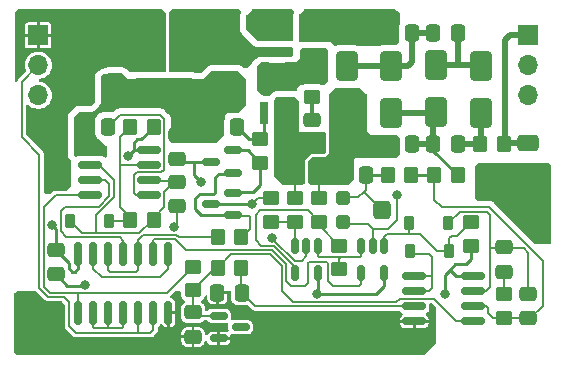
<source format=gtl>
%TF.GenerationSoftware,KiCad,Pcbnew,7.0.1*%
%TF.CreationDate,2023-05-08T19:32:18+02:00*%
%TF.ProjectId,geiger_counter,67656967-6572-45f6-936f-756e7465722e,rev?*%
%TF.SameCoordinates,Original*%
%TF.FileFunction,Copper,L1,Top*%
%TF.FilePolarity,Positive*%
%FSLAX46Y46*%
G04 Gerber Fmt 4.6, Leading zero omitted, Abs format (unit mm)*
G04 Created by KiCad (PCBNEW 7.0.1) date 2023-05-08 19:32:18*
%MOMM*%
%LPD*%
G01*
G04 APERTURE LIST*
G04 Aperture macros list*
%AMRoundRect*
0 Rectangle with rounded corners*
0 $1 Rounding radius*
0 $2 $3 $4 $5 $6 $7 $8 $9 X,Y pos of 4 corners*
0 Add a 4 corners polygon primitive as box body*
4,1,4,$2,$3,$4,$5,$6,$7,$8,$9,$2,$3,0*
0 Add four circle primitives for the rounded corners*
1,1,$1+$1,$2,$3*
1,1,$1+$1,$4,$5*
1,1,$1+$1,$6,$7*
1,1,$1+$1,$8,$9*
0 Add four rect primitives between the rounded corners*
20,1,$1+$1,$2,$3,$4,$5,0*
20,1,$1+$1,$4,$5,$6,$7,0*
20,1,$1+$1,$6,$7,$8,$9,0*
20,1,$1+$1,$8,$9,$2,$3,0*%
G04 Aperture macros list end*
%TA.AperFunction,SMDPad,CuDef*%
%ADD10RoundRect,0.250000X0.475000X-0.337500X0.475000X0.337500X-0.475000X0.337500X-0.475000X-0.337500X0*%
%TD*%
%TA.AperFunction,SMDPad,CuDef*%
%ADD11RoundRect,0.250000X-0.450000X0.350000X-0.450000X-0.350000X0.450000X-0.350000X0.450000X0.350000X0*%
%TD*%
%TA.AperFunction,SMDPad,CuDef*%
%ADD12RoundRect,0.250000X0.350000X0.450000X-0.350000X0.450000X-0.350000X-0.450000X0.350000X-0.450000X0*%
%TD*%
%TA.AperFunction,SMDPad,CuDef*%
%ADD13RoundRect,0.150000X-0.150000X0.512500X-0.150000X-0.512500X0.150000X-0.512500X0.150000X0.512500X0*%
%TD*%
%TA.AperFunction,SMDPad,CuDef*%
%ADD14RoundRect,0.250000X0.450000X-0.350000X0.450000X0.350000X-0.450000X0.350000X-0.450000X-0.350000X0*%
%TD*%
%TA.AperFunction,SMDPad,CuDef*%
%ADD15RoundRect,0.250000X-0.475000X0.337500X-0.475000X-0.337500X0.475000X-0.337500X0.475000X0.337500X0*%
%TD*%
%TA.AperFunction,SMDPad,CuDef*%
%ADD16RoundRect,0.150000X-0.825000X-0.150000X0.825000X-0.150000X0.825000X0.150000X-0.825000X0.150000X0*%
%TD*%
%TA.AperFunction,SMDPad,CuDef*%
%ADD17RoundRect,0.250000X-0.337500X-0.475000X0.337500X-0.475000X0.337500X0.475000X-0.337500X0.475000X0*%
%TD*%
%TA.AperFunction,SMDPad,CuDef*%
%ADD18RoundRect,0.150000X-0.587500X-0.150000X0.587500X-0.150000X0.587500X0.150000X-0.587500X0.150000X0*%
%TD*%
%TA.AperFunction,SMDPad,CuDef*%
%ADD19RoundRect,0.225000X0.225000X0.375000X-0.225000X0.375000X-0.225000X-0.375000X0.225000X-0.375000X0*%
%TD*%
%TA.AperFunction,SMDPad,CuDef*%
%ADD20RoundRect,0.250000X0.650000X-1.000000X0.650000X1.000000X-0.650000X1.000000X-0.650000X-1.000000X0*%
%TD*%
%TA.AperFunction,SMDPad,CuDef*%
%ADD21RoundRect,0.250000X-0.350000X-0.450000X0.350000X-0.450000X0.350000X0.450000X-0.350000X0.450000X0*%
%TD*%
%TA.AperFunction,SMDPad,CuDef*%
%ADD22RoundRect,0.300000X-0.300000X0.300000X-0.300000X-0.300000X0.300000X-0.300000X0.300000X0.300000X0*%
%TD*%
%TA.AperFunction,SMDPad,CuDef*%
%ADD23RoundRect,0.375000X-0.375000X0.425000X-0.375000X-0.425000X0.375000X-0.425000X0.375000X0.425000X0*%
%TD*%
%TA.AperFunction,SMDPad,CuDef*%
%ADD24RoundRect,0.250000X-0.400000X-0.625000X0.400000X-0.625000X0.400000X0.625000X-0.400000X0.625000X0*%
%TD*%
%TA.AperFunction,SMDPad,CuDef*%
%ADD25RoundRect,0.225000X-0.225000X-0.375000X0.225000X-0.375000X0.225000X0.375000X-0.225000X0.375000X0*%
%TD*%
%TA.AperFunction,SMDPad,CuDef*%
%ADD26RoundRect,0.150000X0.150000X-0.825000X0.150000X0.825000X-0.150000X0.825000X-0.150000X-0.825000X0*%
%TD*%
%TA.AperFunction,SMDPad,CuDef*%
%ADD27RoundRect,0.150000X0.587500X0.150000X-0.587500X0.150000X-0.587500X-0.150000X0.587500X-0.150000X0*%
%TD*%
%TA.AperFunction,SMDPad,CuDef*%
%ADD28RoundRect,0.250000X-0.650000X1.000000X-0.650000X-1.000000X0.650000X-1.000000X0.650000X1.000000X0*%
%TD*%
%TA.AperFunction,SMDPad,CuDef*%
%ADD29RoundRect,0.137500X-0.487500X-0.137500X0.487500X-0.137500X0.487500X0.137500X-0.487500X0.137500X0*%
%TD*%
%TA.AperFunction,SMDPad,CuDef*%
%ADD30RoundRect,0.250000X-0.650000X0.412500X-0.650000X-0.412500X0.650000X-0.412500X0.650000X0.412500X0*%
%TD*%
%TA.AperFunction,SMDPad,CuDef*%
%ADD31RoundRect,0.250000X0.337500X0.475000X-0.337500X0.475000X-0.337500X-0.475000X0.337500X-0.475000X0*%
%TD*%
%TA.AperFunction,SMDPad,CuDef*%
%ADD32RoundRect,0.250000X-0.550000X1.050000X-0.550000X-1.050000X0.550000X-1.050000X0.550000X1.050000X0*%
%TD*%
%TA.AperFunction,SMDPad,CuDef*%
%ADD33R,0.800000X1.900000*%
%TD*%
%TA.AperFunction,ComponentPad*%
%ADD34O,1.700000X1.700000*%
%TD*%
%TA.AperFunction,ComponentPad*%
%ADD35R,1.700000X1.700000*%
%TD*%
%TA.AperFunction,ViaPad*%
%ADD36C,0.800000*%
%TD*%
%TA.AperFunction,Conductor*%
%ADD37C,0.150000*%
%TD*%
%TA.AperFunction,Conductor*%
%ADD38C,0.250000*%
%TD*%
%TA.AperFunction,Conductor*%
%ADD39C,0.500000*%
%TD*%
%TA.AperFunction,Conductor*%
%ADD40C,0.375000*%
%TD*%
G04 APERTURE END LIST*
D10*
%TO.P,C19,2*%
%TO.N,Net-(D5-K)*%
X158600000Y-40962500D03*
%TO.P,C19,1*%
%TO.N,Net-(C19-Pad1)*%
X158600000Y-43037500D03*
%TD*%
D11*
%TO.P,R1,2*%
%TO.N,Net-(U1-+)*%
X140900000Y-38800000D03*
%TO.P,R1,1*%
%TO.N,/RFEED_H*%
X140900000Y-36800000D03*
%TD*%
D12*
%TO.P,R7,2*%
%TO.N,Net-(C9-Pad1)*%
X148800000Y-34800000D03*
%TO.P,R7,1*%
%TO.N,/VFEED*%
X150800000Y-34800000D03*
%TD*%
D13*
%TO.P,U2,5,V+*%
%TO.N,VCC*%
X148450000Y-43137500D03*
%TO.P,U2,4*%
%TO.N,/SR_R*%
X146550000Y-43137500D03*
%TO.P,U2,3,+*%
%TO.N,Net-(U2-+)*%
X146550000Y-40862500D03*
%TO.P,U2,2,V-*%
%TO.N,GND*%
X147500000Y-40862500D03*
%TO.P,U2,1,-*%
%TO.N,/VERR*%
X148450000Y-40862500D03*
%TD*%
D14*
%TO.P,R4,2*%
%TO.N,Net-(U1--)*%
X144700000Y-40800000D03*
%TO.P,R4,1*%
%TO.N,Net-(U2-+)*%
X144700000Y-42800000D03*
%TD*%
D15*
%TO.P,C12,2*%
%TO.N,GND*%
X120700000Y-43237500D03*
%TO.P,C12,1*%
%TO.N,VCC*%
X120700000Y-41162500D03*
%TD*%
%TO.P,C20,2*%
%TO.N,GND*%
X130965000Y-37472500D03*
%TO.P,C20,1*%
%TO.N,Net-(D6-K)*%
X130965000Y-35397500D03*
%TD*%
D16*
%TO.P,U5,8,VCC*%
%TO.N,VCC*%
X128540000Y-32730000D03*
%TO.P,U5,7,DIS*%
%TO.N,Net-(D6-A)*%
X128540000Y-34000000D03*
%TO.P,U5,6,THR*%
%TO.N,Net-(D6-K)*%
X128540000Y-35270000D03*
%TO.P,U5,5,CV*%
%TO.N,Net-(U5-CV)*%
X128540000Y-36540000D03*
%TO.P,U5,4,R*%
%TO.N,/EN_LINE*%
X123590000Y-36540000D03*
%TO.P,U5,3,Q*%
%TO.N,/SR_S*%
X123590000Y-35270000D03*
%TO.P,U5,2,TR*%
%TO.N,Net-(D6-K)*%
X123590000Y-34000000D03*
%TO.P,U5,1,GND*%
%TO.N,GND*%
X123590000Y-32730000D03*
%TD*%
D17*
%TO.P,C8,2*%
%TO.N,Net-(D3-K)*%
X154737500Y-22810000D03*
%TO.P,C8,1*%
%TO.N,Net-(D1-K)*%
X152662500Y-22810000D03*
%TD*%
D18*
%TO.P,U4,3*%
%TO.N,N/C*%
X136337500Y-47700000D03*
%TO.P,U4,2*%
%TO.N,GND*%
X134462500Y-48650000D03*
%TO.P,U4,1*%
%TO.N,Net-(U6B-+)*%
X134462500Y-46750000D03*
%TD*%
D19*
%TO.P,D5,2,A*%
%TO.N,/VERR*%
X150600000Y-38900000D03*
%TO.P,D5,1,K*%
%TO.N,Net-(D5-K)*%
X153900000Y-38900000D03*
%TD*%
D20*
%TO.P,D2,2,A*%
%TO.N,Net-(D1-K)*%
X149100000Y-25555000D03*
%TO.P,D2,1,K*%
%TO.N,Net-(D2-K)*%
X149100000Y-29555000D03*
%TD*%
D21*
%TO.P,R8,2*%
%TO.N,Net-(Q2-B)*%
X136400000Y-40100000D03*
%TO.P,R8,1*%
%TO.N,/SR_Q*%
X134400000Y-40100000D03*
%TD*%
D14*
%TO.P,R16,2*%
%TO.N,/VERR*%
X155850000Y-38800000D03*
%TO.P,R16,1*%
%TO.N,VCC*%
X155850000Y-40800000D03*
%TD*%
D21*
%TO.P,R9,2*%
%TO.N,VPP*%
X158600000Y-32200000D03*
%TO.P,R9,1*%
%TO.N,Net-(D4-K)*%
X156600000Y-32200000D03*
%TD*%
D22*
%TO.P,RV1,3,3*%
%TO.N,GND*%
X145040139Y-38765139D03*
D23*
%TO.P,RV1,2,2*%
%TO.N,Net-(C9-Pad1)*%
X148290139Y-37765139D03*
D22*
%TO.P,RV1,1,1*%
X145040139Y-36765139D03*
%TD*%
D24*
%TO.P,FB1,2*%
%TO.N,/VPR*%
X131750000Y-23000000D03*
%TO.P,FB1,1*%
%TO.N,VCC*%
X128650000Y-23000000D03*
%TD*%
D15*
%TO.P,C2,2*%
%TO.N,GND*%
X129100000Y-27437500D03*
%TO.P,C2,1*%
%TO.N,VCC*%
X129100000Y-25362500D03*
%TD*%
D11*
%TO.P,R11,2*%
%TO.N,Net-(U6B-+)*%
X132300000Y-44600000D03*
%TO.P,R11,1*%
%TO.N,/EN_LINE*%
X132300000Y-42600000D03*
%TD*%
D25*
%TO.P,D7,2,A*%
%TO.N,/VERR*%
X154000000Y-41300000D03*
%TO.P,D7,1,K*%
%TO.N,Net-(D7-K)*%
X150700000Y-41300000D03*
%TD*%
D11*
%TO.P,R2,2*%
%TO.N,Net-(U1--)*%
X143000000Y-38800000D03*
%TO.P,R2,1*%
%TO.N,GND*%
X143000000Y-36800000D03*
%TD*%
D26*
%TO.P,U3,14,VCC*%
%TO.N,VCC*%
X122590000Y-41525000D03*
%TO.P,U3,13*%
%TO.N,/SR_NQ*%
X123860000Y-41525000D03*
%TO.P,U3,12*%
%TO.N,/SR_Q*%
X125130000Y-41525000D03*
%TO.P,U3,11*%
%TO.N,/SR_S*%
X126400000Y-41525000D03*
%TO.P,U3,10*%
%TO.N,/SR_Q*%
X127670000Y-41525000D03*
%TO.P,U3,9*%
%TO.N,/SR_R*%
X128940000Y-41525000D03*
%TO.P,U3,8*%
%TO.N,/SR_NQ*%
X130210000Y-41525000D03*
%TO.P,U3,7,GND*%
%TO.N,GND*%
X130210000Y-46475000D03*
%TO.P,U3,6*%
%TO.N,/ENABLE*%
X128940000Y-46475000D03*
%TO.P,U3,5*%
X127670000Y-46475000D03*
%TO.P,U3,4*%
%TO.N,Net-(U3-Pad2)*%
X126400000Y-46475000D03*
%TO.P,U3,3*%
X125130000Y-46475000D03*
%TO.P,U3,2*%
X123860000Y-46475000D03*
%TO.P,U3,1*%
%TO.N,/EN_LINE*%
X122590000Y-46475000D03*
%TD*%
D25*
%TO.P,D6,2,A*%
%TO.N,Net-(D6-A)*%
X125215000Y-38735000D03*
%TO.P,D6,1,K*%
%TO.N,Net-(D6-K)*%
X121915000Y-38735000D03*
%TD*%
D21*
%TO.P,R12,2*%
%TO.N,Net-(U6A-+)*%
X136400000Y-42700000D03*
%TO.P,R12,1*%
%TO.N,Net-(U6B-+)*%
X134400000Y-42700000D03*
%TD*%
D15*
%TO.P,C15,2*%
%TO.N,GND*%
X132300000Y-48537500D03*
%TO.P,C15,1*%
%TO.N,Net-(U6B-+)*%
X132300000Y-46462500D03*
%TD*%
D27*
%TO.P,Q2,3,C*%
%TO.N,VCC*%
X133825000Y-33700000D03*
%TO.P,Q2,2,E*%
%TO.N,Net-(Q2-E)*%
X135700000Y-32750000D03*
%TO.P,Q2,1,B*%
%TO.N,Net-(Q2-B)*%
X135700000Y-34650000D03*
%TD*%
%TO.P,Q3,3,C*%
%TO.N,GND*%
X133825000Y-37300000D03*
%TO.P,Q3,2,E*%
%TO.N,Net-(Q2-E)*%
X135700000Y-36350000D03*
%TO.P,Q3,1,B*%
%TO.N,Net-(Q2-B)*%
X135700000Y-38250000D03*
%TD*%
D28*
%TO.P,D1,2,A*%
%TO.N,GND*%
X145300000Y-29600000D03*
%TO.P,D1,1,K*%
%TO.N,Net-(D1-K)*%
X145300000Y-25600000D03*
%TD*%
D29*
%TO.P,T1,4*%
%TO.N,/MOS_D*%
X142600000Y-24550000D03*
%TO.P,T1,3*%
%TO.N,/VTR_SEC*%
X142600000Y-22800000D03*
%TO.P,T1,2*%
%TO.N,GND*%
X139400000Y-22800000D03*
%TO.P,T1,1*%
%TO.N,/VPR*%
X139400000Y-24550000D03*
%TD*%
D16*
%TO.P,U6,8,V+*%
%TO.N,VCC*%
X155975000Y-43395000D03*
%TO.P,U6,7*%
%TO.N,Net-(D5-K)*%
X155975000Y-44665000D03*
%TO.P,U6,6,-*%
%TO.N,/VFEED*%
X155975000Y-45935000D03*
%TO.P,U6,5,+*%
%TO.N,Net-(U6B-+)*%
X155975000Y-47205000D03*
%TO.P,U6,4,V-*%
%TO.N,GND*%
X151025000Y-47205000D03*
%TO.P,U6,3,+*%
%TO.N,Net-(U6A-+)*%
X151025000Y-45935000D03*
%TO.P,U6,2,-*%
%TO.N,Net-(D7-K)*%
X151025000Y-44665000D03*
%TO.P,U6,1*%
X151025000Y-43395000D03*
%TD*%
D30*
%TO.P,C14,2*%
%TO.N,GND*%
X160700000Y-35262500D03*
%TO.P,C14,1*%
%TO.N,VPP*%
X160700000Y-32137500D03*
%TD*%
D17*
%TO.P,C7,2*%
%TO.N,Net-(D2-K)*%
X150837500Y-32200000D03*
%TO.P,C7,1*%
%TO.N,GND*%
X148762500Y-32200000D03*
%TD*%
%TO.P,C6,2*%
%TO.N,Net-(D1-K)*%
X150837500Y-22800000D03*
%TO.P,C6,1*%
%TO.N,/VTR_SEC*%
X148762500Y-22800000D03*
%TD*%
D31*
%TO.P,C17,2*%
%TO.N,GND*%
X134362500Y-44800000D03*
%TO.P,C17,1*%
%TO.N,Net-(U6A-+)*%
X136437500Y-44800000D03*
%TD*%
D17*
%TO.P,C10,2*%
%TO.N,Net-(D4-K)*%
X154737500Y-32200000D03*
%TO.P,C10,1*%
%TO.N,Net-(D2-K)*%
X152662500Y-32200000D03*
%TD*%
D20*
%TO.P,D4,2,A*%
%TO.N,Net-(D3-K)*%
X156700000Y-25555000D03*
%TO.P,D4,1,K*%
%TO.N,Net-(D4-K)*%
X156700000Y-29555000D03*
%TD*%
D32*
%TO.P,C1,2*%
%TO.N,GND*%
X125500000Y-27700000D03*
%TO.P,C1,1*%
%TO.N,VCC*%
X125500000Y-24100000D03*
%TD*%
D15*
%TO.P,C5,2*%
%TO.N,/RFEED_H*%
X142400000Y-32237500D03*
%TO.P,C5,1*%
%TO.N,Net-(C5-Pad1)*%
X142400000Y-30162500D03*
%TD*%
D31*
%TO.P,C9,2*%
%TO.N,GND*%
X144862500Y-34800000D03*
%TO.P,C9,1*%
%TO.N,Net-(C9-Pad1)*%
X146937500Y-34800000D03*
%TD*%
D11*
%TO.P,R3,2*%
%TO.N,Net-(U1-+)*%
X138900000Y-38800000D03*
%TO.P,R3,1*%
%TO.N,GND*%
X138900000Y-36800000D03*
%TD*%
D14*
%TO.P,R13,2*%
%TO.N,Net-(C19-Pad1)*%
X158600000Y-44900000D03*
%TO.P,R13,1*%
%TO.N,/VFEED*%
X158600000Y-46900000D03*
%TD*%
D21*
%TO.P,Rs1,2*%
%TO.N,GND*%
X142900000Y-34800000D03*
%TO.P,Rs1,1*%
%TO.N,/RFEED_H*%
X140900000Y-34800000D03*
%TD*%
D28*
%TO.P,D3,2,A*%
%TO.N,Net-(D2-K)*%
X152900000Y-29510000D03*
%TO.P,D3,1,K*%
%TO.N,Net-(D3-K)*%
X152900000Y-25510000D03*
%TD*%
D14*
%TO.P,R10,2*%
%TO.N,/GATE*%
X138000000Y-31800000D03*
%TO.P,R10,1*%
%TO.N,Net-(Q2-E)*%
X138000000Y-33800000D03*
%TD*%
D21*
%TO.P,R15,2*%
%TO.N,Net-(D6-K)*%
X128965000Y-38600000D03*
%TO.P,R15,1*%
%TO.N,Net-(D6-A)*%
X126965000Y-38600000D03*
%TD*%
D32*
%TO.P,C3,2*%
%TO.N,GND*%
X134900000Y-27700000D03*
%TO.P,C3,1*%
%TO.N,/VPR*%
X134900000Y-24100000D03*
%TD*%
D11*
%TO.P,R5,2*%
%TO.N,Net-(C5-Pad1)*%
X142400000Y-28200000D03*
%TO.P,R5,1*%
%TO.N,/MOS_D*%
X142400000Y-26200000D03*
%TD*%
D10*
%TO.P,C18,2*%
%TO.N,Net-(D5-K)*%
X160700000Y-44862500D03*
%TO.P,C18,1*%
%TO.N,/VFEED*%
X160700000Y-46937500D03*
%TD*%
D15*
%TO.P,C4,2*%
%TO.N,GND*%
X131300000Y-27437500D03*
%TO.P,C4,1*%
%TO.N,/VPR*%
X131300000Y-25362500D03*
%TD*%
D31*
%TO.P,C16,2*%
%TO.N,GND*%
X123027500Y-30735000D03*
%TO.P,C16,1*%
%TO.N,Net-(U5-CV)*%
X125102500Y-30735000D03*
%TD*%
%TO.P,C13,2*%
%TO.N,GND*%
X133962500Y-30800000D03*
%TO.P,C13,1*%
%TO.N,/GATE*%
X136037500Y-30800000D03*
%TD*%
D12*
%TO.P,R6,2*%
%TO.N,/VFEED*%
X152700000Y-34800000D03*
%TO.P,R6,1*%
%TO.N,Net-(D2-K)*%
X154700000Y-34800000D03*
%TD*%
D13*
%TO.P,U1,5,V+*%
%TO.N,VCC*%
X142850000Y-43137500D03*
%TO.P,U1,4,-*%
%TO.N,Net-(U1--)*%
X140950000Y-43137500D03*
%TO.P,U1,3,+*%
%TO.N,Net-(U1-+)*%
X140950000Y-40862500D03*
%TO.P,U1,2,V-*%
%TO.N,GND*%
X141900000Y-40862500D03*
%TO.P,U1,1*%
%TO.N,Net-(U2-+)*%
X142850000Y-40862500D03*
%TD*%
D33*
%TO.P,Q1,3,D*%
%TO.N,/MOS_D*%
X139300000Y-26600000D03*
%TO.P,Q1,2,S*%
%TO.N,/RFEED_H*%
X140250000Y-29600000D03*
%TO.P,Q1,1,G*%
%TO.N,/GATE*%
X138350000Y-29600000D03*
%TD*%
D10*
%TO.P,C11,2*%
%TO.N,GND*%
X130965000Y-31397500D03*
%TO.P,C11,1*%
%TO.N,VCC*%
X130965000Y-33472500D03*
%TD*%
D12*
%TO.P,R14,2*%
%TO.N,Net-(D6-A)*%
X126965000Y-30735000D03*
%TO.P,R14,1*%
%TO.N,VCC*%
X128965000Y-30735000D03*
%TD*%
D34*
%TO.P,J2,3,Pin_3*%
%TO.N,GND*%
X160700000Y-28080000D03*
%TO.P,J2,2,Pin_2*%
%TO.N,unconnected-(J2-Pin_2-Pad2)*%
X160700000Y-25540000D03*
D35*
%TO.P,J2,1,Pin_1*%
%TO.N,VPP*%
X160700000Y-23000000D03*
%TD*%
D34*
%TO.P,J1,3,Pin_3*%
%TO.N,GND*%
X119200000Y-28080000D03*
%TO.P,J1,2,Pin_2*%
%TO.N,/ENABLE*%
X119200000Y-25540000D03*
D35*
%TO.P,J1,1,Pin_1*%
%TO.N,VCC*%
X119200000Y-23000000D03*
%TD*%
D36*
%TO.N,VCC*%
X126800000Y-33200000D03*
X153600000Y-44900000D03*
X120400000Y-34400000D03*
X133000000Y-35400000D03*
X120400000Y-39100000D03*
X142800000Y-44910500D03*
%TO.N,GND*%
X144600000Y-31700000D03*
X137900000Y-21400000D03*
X137900000Y-22700000D03*
X145700000Y-31700000D03*
X139100000Y-21400000D03*
X132400000Y-29000000D03*
X138973055Y-40175500D03*
X144600000Y-32800000D03*
X130700000Y-39200000D03*
X132400000Y-29900000D03*
X119800000Y-48100000D03*
X161300000Y-37100000D03*
X161300000Y-38200000D03*
X139500000Y-48300000D03*
X131500000Y-29900000D03*
X137300000Y-37300000D03*
X118500000Y-48100000D03*
X119800000Y-46900000D03*
X123132281Y-44125500D03*
X160200000Y-37100000D03*
X131500000Y-29000000D03*
X140200000Y-21400000D03*
X139500000Y-47100000D03*
X118500000Y-46900000D03*
X145700000Y-32800000D03*
X149600000Y-36500000D03*
X140800000Y-48300000D03*
X160200000Y-38200000D03*
X140800000Y-47100000D03*
%TD*%
D37*
%TO.N,/VERR*%
X151500000Y-39800000D02*
X150600000Y-39800000D01*
%TO.N,Net-(U2-+)*%
X146450000Y-41800000D02*
X146550000Y-41700000D01*
X144700000Y-41900000D02*
X144800000Y-41800000D01*
D38*
%TO.N,VCC*%
X148450000Y-44250000D02*
X147800000Y-44900000D01*
D37*
%TO.N,/SR_R*%
X142000000Y-44000000D02*
X141800000Y-44200000D01*
X142150000Y-42150000D02*
X142000000Y-42300000D01*
X144125000Y-44225000D02*
X143700000Y-43800000D01*
X143700000Y-42300000D02*
X143550000Y-42150000D01*
X131700000Y-41200000D02*
X130750000Y-40250000D01*
X140600000Y-44200000D02*
X140200000Y-43800000D01*
X146550000Y-44050000D02*
X146375000Y-44225000D01*
X129050000Y-40250000D02*
X128940000Y-40360000D01*
D38*
%TO.N,VCC*%
X155850000Y-41950000D02*
X155400000Y-42400000D01*
X154500000Y-42400000D02*
X154050000Y-42850000D01*
X127900000Y-31800000D02*
X127600000Y-31800000D01*
X122088173Y-43000000D02*
X122300000Y-43000000D01*
X153600000Y-43300000D02*
X154050000Y-42850000D01*
D37*
%TO.N,GND*%
X141900000Y-41700000D02*
X141500000Y-42100000D01*
X147500000Y-39400000D02*
X147100000Y-39000000D01*
X149600000Y-38600000D02*
X148800000Y-39400000D01*
D39*
%TO.N,VPP*%
X158700000Y-23400000D02*
X159100000Y-23000000D01*
D38*
%TO.N,/GATE*%
X138000000Y-31800000D02*
X138350000Y-31450000D01*
D39*
%TO.N,Net-(D2-K)*%
X152855000Y-29555000D02*
X152900000Y-29510000D01*
D38*
X152662500Y-32200000D02*
X152662500Y-32762500D01*
D37*
%TO.N,/VFEED*%
X160662500Y-46900000D02*
X160700000Y-46937500D01*
X157135000Y-45935000D02*
X157300000Y-46100000D01*
D38*
X152300000Y-34800000D02*
X152700000Y-34400000D01*
D37*
X152700000Y-36900000D02*
X153375000Y-37575000D01*
D39*
%TO.N,Net-(D3-K)*%
X154737500Y-25447500D02*
X154800000Y-25510000D01*
%TO.N,Net-(D1-K)*%
X150837500Y-25262500D02*
X150500000Y-25600000D01*
X150847500Y-22810000D02*
X150837500Y-22800000D01*
X149055000Y-25600000D02*
X149100000Y-25555000D01*
X149145000Y-25600000D02*
X149100000Y-25555000D01*
D37*
%TO.N,Net-(C9-Pad1)*%
X146750000Y-36250000D02*
X146937500Y-36062500D01*
D38*
X146937500Y-34400000D02*
X147337500Y-34800000D01*
D37*
%TO.N,/VERR*%
X148450000Y-40050000D02*
X148700000Y-39800000D01*
X154200000Y-40000000D02*
X154000000Y-40200000D01*
%TO.N,/ENABLE*%
X127670000Y-48170000D02*
X127700000Y-48200000D01*
X121350000Y-45150000D02*
X121800000Y-45600000D01*
X119300000Y-44394974D02*
X120055026Y-45150000D01*
X121800000Y-47600000D02*
X122400000Y-48200000D01*
X117800000Y-31600000D02*
X119300000Y-33100000D01*
X128700000Y-48200000D02*
X128940000Y-47960000D01*
D38*
%TO.N,Net-(Q2-B)*%
X135650000Y-38200000D02*
X135700000Y-38250000D01*
D37*
X135750000Y-38300000D02*
X135700000Y-38250000D01*
D38*
X134100000Y-36400000D02*
X134200000Y-36300000D01*
X132500000Y-37700000D02*
X133000000Y-38200000D01*
X132500000Y-36800000D02*
X132900000Y-36400000D01*
X134200000Y-35000000D02*
X134500000Y-34700000D01*
D37*
X137100000Y-38400000D02*
X137000000Y-38300000D01*
D38*
%TO.N,Net-(Q2-E)*%
X137400000Y-36300000D02*
X138000000Y-35700000D01*
D37*
%TO.N,/SR_Q*%
X127670000Y-40330000D02*
X128100000Y-39900000D01*
X130894975Y-39900000D02*
X131094975Y-40100000D01*
X127500000Y-43000000D02*
X127670000Y-42830000D01*
X125130000Y-42830000D02*
X125300000Y-43000000D01*
%TO.N,/EN_LINE*%
X120660000Y-36540000D02*
X119700000Y-37500000D01*
X122600000Y-44800000D02*
X123000000Y-44800000D01*
X122590000Y-46168959D02*
X122600000Y-46158959D01*
X120200000Y-44800000D02*
X119700000Y-44300000D01*
%TO.N,/SR_NQ*%
X129500000Y-43500000D02*
X130200000Y-42800000D01*
X123860000Y-42760000D02*
X124600000Y-43500000D01*
%TO.N,/SR_S*%
X121100000Y-37900000D02*
X121500000Y-37500000D01*
X125200000Y-35600000D02*
X124870000Y-35270000D01*
X126400000Y-40400000D02*
X126085000Y-40085000D01*
X121585000Y-40085000D02*
X121100000Y-39600000D01*
%TO.N,Net-(U5-CV)*%
X129625000Y-34575000D02*
X129840000Y-34360000D01*
X127290000Y-34810000D02*
X127525000Y-34575000D01*
X129840000Y-30067538D02*
X129532462Y-29760000D01*
X127440000Y-36540000D02*
X127290000Y-36390000D01*
%TO.N,Net-(D5-K)*%
X158637500Y-41000000D02*
X158600000Y-40962500D01*
X158562500Y-41000000D02*
X158600000Y-40962500D01*
X157175000Y-37925000D02*
X157450000Y-38200000D01*
X160700000Y-41400000D02*
X160300000Y-41000000D01*
X157450000Y-44350000D02*
X157135000Y-44665000D01*
%TO.N,Net-(D6-K)*%
X130965000Y-35397500D02*
X130702500Y-35397500D01*
X125600000Y-36700000D02*
X125600000Y-35270000D01*
X130527500Y-35397500D02*
X130465000Y-35335000D01*
X124365000Y-39735000D02*
X124100000Y-39735000D01*
X128965000Y-38600000D02*
X128905026Y-38600000D01*
%TO.N,Net-(D6-A)*%
X126100000Y-34000000D02*
X126100000Y-34600000D01*
X126965000Y-38535000D02*
X126965000Y-38365000D01*
%TO.N,Net-(D7-K)*%
X152545000Y-43395000D02*
X152550000Y-43400000D01*
X152285000Y-44665000D02*
X152550000Y-44400000D01*
X152550000Y-41800000D02*
X152250000Y-41500000D01*
%TO.N,Net-(U1-+)*%
X140950000Y-38850000D02*
X140900000Y-38800000D01*
%TO.N,Net-(U1--)*%
X137600000Y-38200000D02*
X138000000Y-37800000D01*
X143000000Y-39100000D02*
X143000000Y-38800000D01*
X138100000Y-40850000D02*
X137600000Y-40350000D01*
%TO.N,Net-(U2-+)*%
X142850000Y-41650000D02*
X143000000Y-41800000D01*
X144600000Y-41800000D02*
X144700000Y-41900000D01*
%TO.N,Net-(U6A-+)*%
X136400000Y-44762500D02*
X136437500Y-44800000D01*
%TO.N,Net-(U6B-+)*%
X132587500Y-46750000D02*
X132300000Y-46462500D01*
X149800000Y-45300000D02*
X149515000Y-45585000D01*
X140785000Y-45585000D02*
X139850000Y-44650000D01*
X134200000Y-42700000D02*
X134400000Y-42700000D01*
X139850000Y-42550000D02*
X138850000Y-41550000D01*
%TO.N,Net-(U3-Pad2)*%
X123900000Y-47800000D02*
X123800000Y-47700000D01*
X125130000Y-47770000D02*
X125100000Y-47800000D01*
X126400000Y-47700000D02*
X126300000Y-47800000D01*
%TO.N,Net-(U2-+)*%
X146550000Y-41700000D02*
X146550000Y-40862500D01*
%TO.N,GND*%
X148800000Y-39400000D02*
X147500000Y-39400000D01*
X147500000Y-40862500D02*
X147500000Y-39400000D01*
%TO.N,/VERR*%
X150600000Y-39800000D02*
X150600000Y-38900000D01*
X148700000Y-39800000D02*
X150600000Y-39800000D01*
%TO.N,Net-(U2-+)*%
X144800000Y-41800000D02*
X146450000Y-41800000D01*
X144600000Y-41800000D02*
X144800000Y-41800000D01*
D38*
%TO.N,VCC*%
X148450000Y-43137500D02*
X148450000Y-44250000D01*
X147800000Y-44900000D02*
X142810500Y-44900000D01*
X142810500Y-44900000D02*
X142800000Y-44910500D01*
X142850000Y-43137500D02*
X142850000Y-44860500D01*
X142850000Y-44860500D02*
X142800000Y-44910500D01*
D37*
%TO.N,/SR_R*%
X141800000Y-44200000D02*
X140600000Y-44200000D01*
X130750000Y-40250000D02*
X129050000Y-40250000D01*
X142000000Y-42300000D02*
X142000000Y-44000000D01*
X140200000Y-43800000D02*
X140200000Y-42400000D01*
X146375000Y-44225000D02*
X144125000Y-44225000D01*
X146550000Y-43137500D02*
X146550000Y-44050000D01*
X143700000Y-43800000D02*
X143700000Y-42300000D01*
X140200000Y-42400000D02*
X139000000Y-41200000D01*
X139000000Y-41200000D02*
X131700000Y-41200000D01*
X143550000Y-42150000D02*
X142150000Y-42150000D01*
X128940000Y-40360000D02*
X128940000Y-41525000D01*
D38*
%TO.N,VCC*%
X132400000Y-33700000D02*
X131192500Y-33700000D01*
X131192500Y-33700000D02*
X130965000Y-33472500D01*
X155850000Y-40800000D02*
X155850000Y-41950000D01*
X127270000Y-32730000D02*
X126800000Y-33200000D01*
X128965000Y-30735000D02*
X127900000Y-31800000D01*
X121800000Y-42711827D02*
X122088173Y-43000000D01*
X155975000Y-43395000D02*
X154595000Y-43395000D01*
X153600000Y-44900000D02*
X153600000Y-43300000D01*
X154595000Y-43395000D02*
X154050000Y-42850000D01*
X133825000Y-33700000D02*
X132400000Y-33700000D01*
X132400000Y-34800000D02*
X133000000Y-35400000D01*
X120700000Y-41162500D02*
X120700000Y-39400000D01*
X132400000Y-33700000D02*
X132400000Y-34800000D01*
X155400000Y-42400000D02*
X154500000Y-42400000D01*
X122600000Y-41535000D02*
X122590000Y-41525000D01*
X127600000Y-31800000D02*
X127270000Y-32130000D01*
X120700000Y-41162500D02*
X121800000Y-42262500D01*
X122300000Y-43000000D02*
X122600000Y-42700000D01*
X128540000Y-32730000D02*
X127270000Y-32730000D01*
X120700000Y-39400000D02*
X120400000Y-39100000D01*
X121800000Y-42262500D02*
X121800000Y-42711827D01*
X122600000Y-42700000D02*
X122600000Y-41535000D01*
X127270000Y-32130000D02*
X127270000Y-32730000D01*
D37*
%TO.N,GND*%
X143000000Y-34500000D02*
X142900000Y-34400000D01*
X141900000Y-40862500D02*
X141900000Y-41700000D01*
D38*
X133825000Y-37300000D02*
X137300000Y-37300000D01*
D37*
X137800000Y-36800000D02*
X137300000Y-37300000D01*
D38*
X121662500Y-44200000D02*
X120700000Y-43237500D01*
D37*
X145275000Y-39000000D02*
X145040139Y-38765139D01*
X130965000Y-38935000D02*
X130700000Y-39200000D01*
X138975500Y-40175500D02*
X138973055Y-40175500D01*
X130965000Y-37472500D02*
X130965000Y-38935000D01*
X141500000Y-42100000D02*
X140900000Y-42100000D01*
X140900000Y-42100000D02*
X139200000Y-40400000D01*
X147100000Y-39000000D02*
X145275000Y-39000000D01*
D38*
X123132281Y-44125500D02*
X123057781Y-44200000D01*
D37*
X143000000Y-36800000D02*
X143000000Y-34500000D01*
X139200000Y-40400000D02*
X138975500Y-40175500D01*
X138900000Y-36800000D02*
X137800000Y-36800000D01*
D38*
X123057781Y-44200000D02*
X121662500Y-44200000D01*
D37*
X149600000Y-36500000D02*
X149600000Y-38600000D01*
X145040139Y-38765139D02*
X144965139Y-38765139D01*
D40*
%TO.N,Net-(C5-Pad1)*%
X142400000Y-30162500D02*
X142400000Y-28200000D01*
D39*
%TO.N,VPP*%
X160700000Y-32137500D02*
X158662500Y-32137500D01*
X158662500Y-32137500D02*
X158600000Y-32200000D01*
X158700000Y-29100000D02*
X158700000Y-23400000D01*
X159100000Y-23000000D02*
X160700000Y-23000000D01*
X158700000Y-29600000D02*
X158700000Y-29100000D01*
X158700000Y-32200000D02*
X158700000Y-29100000D01*
D38*
%TO.N,/GATE*%
X138350000Y-31450000D02*
X138350000Y-29600000D01*
X137037500Y-31800000D02*
X136037500Y-30800000D01*
X138000000Y-31800000D02*
X137037500Y-31800000D01*
D39*
%TO.N,Net-(D2-K)*%
X149000000Y-29655000D02*
X149100000Y-29555000D01*
X152662500Y-29747500D02*
X152900000Y-29510000D01*
X152662500Y-32200000D02*
X150837500Y-32200000D01*
D38*
X149100000Y-29800000D02*
X149100000Y-29555000D01*
X149100000Y-29400000D02*
X149100000Y-29555000D01*
D39*
X153000000Y-29610000D02*
X152900000Y-29510000D01*
X152662500Y-32200000D02*
X152662500Y-29747500D01*
D38*
X152662500Y-32762500D02*
X154700000Y-34800000D01*
D39*
X149100000Y-29555000D02*
X152855000Y-29555000D01*
D38*
X152900000Y-29510000D02*
X152900000Y-29900000D01*
D37*
%TO.N,/VFEED*%
X158600000Y-46900000D02*
X160662500Y-46900000D01*
X153375000Y-37575000D02*
X157369974Y-37575000D01*
X157300000Y-46100000D02*
X157300000Y-46500000D01*
X157300000Y-46500000D02*
X157700000Y-46900000D01*
X160862500Y-46937500D02*
X160700000Y-46937500D01*
X161900000Y-45900000D02*
X160862500Y-46937500D01*
X157700000Y-46900000D02*
X158600000Y-46900000D01*
X152700000Y-34400000D02*
X152700000Y-36900000D01*
X157369974Y-37575000D02*
X161900000Y-42105026D01*
D38*
X151200000Y-34800000D02*
X152300000Y-34800000D01*
D37*
X155975000Y-45935000D02*
X157135000Y-45935000D01*
X161900000Y-42105026D02*
X161900000Y-45900000D01*
D38*
X150800000Y-34400000D02*
X151200000Y-34800000D01*
D39*
%TO.N,Net-(D3-K)*%
X156655000Y-25510000D02*
X156700000Y-25555000D01*
X154737500Y-22810000D02*
X154737500Y-25447500D01*
X152900000Y-25510000D02*
X154800000Y-25510000D01*
X154800000Y-25510000D02*
X156655000Y-25510000D01*
%TO.N,Net-(D1-K)*%
X152662500Y-22810000D02*
X150847500Y-22810000D01*
X145300000Y-25600000D02*
X149055000Y-25600000D01*
X150837500Y-22800000D02*
X150837500Y-25262500D01*
X150500000Y-25600000D02*
X149145000Y-25600000D01*
D37*
%TO.N,Net-(C9-Pad1)*%
X148265139Y-37765139D02*
X146750000Y-36250000D01*
X146937500Y-36062500D02*
X146937500Y-34400000D01*
X148290139Y-37765139D02*
X148265139Y-37765139D01*
D38*
X147337500Y-34800000D02*
X148400000Y-34800000D01*
X148400000Y-34800000D02*
X148800000Y-34400000D01*
D37*
X145040139Y-36765139D02*
X145105278Y-36700000D01*
X146300000Y-36700000D02*
X146750000Y-36250000D01*
X145105278Y-36700000D02*
X146300000Y-36700000D01*
%TO.N,/VERR*%
X154650000Y-40000000D02*
X154200000Y-40000000D01*
X153000000Y-41300000D02*
X151500000Y-39800000D01*
X154000000Y-41300000D02*
X153000000Y-41300000D01*
X154000000Y-40200000D02*
X154000000Y-41300000D01*
X155850000Y-38800000D02*
X154650000Y-40000000D01*
X148450000Y-40862500D02*
X148450000Y-40050000D01*
D39*
%TO.N,Net-(D4-K)*%
X154737500Y-32200000D02*
X156700000Y-32200000D01*
D38*
X156700000Y-29555000D02*
X156700000Y-29000000D01*
D39*
X156700000Y-29555000D02*
X156700000Y-32200000D01*
X154737500Y-32200000D02*
X154737500Y-32062500D01*
D37*
%TO.N,/ENABLE*%
X121800000Y-45600000D02*
X121800000Y-47600000D01*
X128940000Y-47960000D02*
X128940000Y-46475000D01*
X119300000Y-33100000D02*
X119300000Y-44394974D01*
X120055026Y-45150000D02*
X121350000Y-45150000D01*
X127670000Y-46475000D02*
X127670000Y-48170000D01*
X127700000Y-48200000D02*
X128700000Y-48200000D01*
X119200000Y-25540000D02*
X117800000Y-26940000D01*
X117800000Y-26940000D02*
X117800000Y-31600000D01*
X122400000Y-48200000D02*
X127700000Y-48200000D01*
%TO.N,/RFEED_H*%
X140900000Y-36800000D02*
X140900000Y-34400000D01*
D38*
%TO.N,Net-(Q2-B)*%
X132900000Y-36400000D02*
X134100000Y-36400000D01*
X135650000Y-38300000D02*
X135700000Y-38250000D01*
X134500000Y-34700000D02*
X135650000Y-34700000D01*
X135650000Y-34700000D02*
X135700000Y-34650000D01*
D37*
X137000000Y-38300000D02*
X135750000Y-38300000D01*
D38*
X133000000Y-38200000D02*
X135650000Y-38200000D01*
X132500000Y-37700000D02*
X132500000Y-36800000D01*
D37*
X137100000Y-39400000D02*
X137100000Y-38400000D01*
X136400000Y-40100000D02*
X137100000Y-39400000D01*
D38*
X134200000Y-36300000D02*
X134200000Y-35000000D01*
%TO.N,Net-(Q2-E)*%
X135700000Y-32750000D02*
X136950000Y-32750000D01*
X135750000Y-36300000D02*
X137400000Y-36300000D01*
X138000000Y-35700000D02*
X138000000Y-33800000D01*
X136950000Y-32750000D02*
X138000000Y-33800000D01*
X135700000Y-36350000D02*
X135750000Y-36300000D01*
D37*
%TO.N,/SR_Q*%
X125130000Y-41525000D02*
X125130000Y-42830000D01*
X127670000Y-41525000D02*
X127700000Y-41495000D01*
X131094975Y-40100000D02*
X134400000Y-40100000D01*
X127670000Y-42830000D02*
X127670000Y-41525000D01*
X125300000Y-43000000D02*
X127500000Y-43000000D01*
X127670000Y-41525000D02*
X127670000Y-40330000D01*
X128100000Y-39900000D02*
X130894975Y-39900000D01*
%TO.N,/EN_LINE*%
X119700000Y-37500000D02*
X119700000Y-44300000D01*
X130100000Y-44800000D02*
X123000000Y-44800000D01*
X123000000Y-44800000D02*
X120200000Y-44800000D01*
X123590000Y-36540000D02*
X120660000Y-36540000D01*
X122590000Y-46475000D02*
X122590000Y-46168959D01*
X122600000Y-46158959D02*
X122600000Y-44800000D01*
X132300000Y-42600000D02*
X130100000Y-44800000D01*
%TO.N,/SR_NQ*%
X123860000Y-41525000D02*
X123860000Y-42760000D01*
X130200000Y-41535000D02*
X130210000Y-41525000D01*
X124600000Y-43500000D02*
X129500000Y-43500000D01*
X130200000Y-42800000D02*
X130200000Y-41535000D01*
%TO.N,/SR_S*%
X126400000Y-41525000D02*
X126400000Y-40400000D01*
X121500000Y-37500000D02*
X124305026Y-37500000D01*
X125200000Y-36605026D02*
X125200000Y-35600000D01*
X124870000Y-35270000D02*
X123590000Y-35270000D01*
X121100000Y-39600000D02*
X121100000Y-37900000D01*
X124305026Y-37500000D02*
X125200000Y-36605026D01*
X126085000Y-40085000D02*
X121585000Y-40085000D01*
%TO.N,Net-(U5-CV)*%
X129840000Y-34360000D02*
X129840000Y-30067538D01*
X128540000Y-36540000D02*
X127440000Y-36540000D01*
X129532462Y-29760000D02*
X126077500Y-29760000D01*
X127525000Y-34575000D02*
X129625000Y-34575000D01*
X127290000Y-36390000D02*
X127290000Y-34810000D01*
X126077500Y-29760000D02*
X125102500Y-30735000D01*
%TO.N,Net-(D5-K)*%
X157450000Y-38200000D02*
X157450000Y-44350000D01*
X157135000Y-44665000D02*
X155975000Y-44665000D01*
X160700000Y-44862500D02*
X160700000Y-41400000D01*
X154875000Y-37925000D02*
X157175000Y-37925000D01*
X157500000Y-41000000D02*
X158562500Y-41000000D01*
X153900000Y-38900000D02*
X154875000Y-37925000D01*
X160300000Y-41000000D02*
X158637500Y-41000000D01*
%TO.N,Net-(C19-Pad1)*%
X158600000Y-44900000D02*
X158600000Y-43037500D01*
%TO.N,Net-(D6-K)*%
X130965000Y-35397500D02*
X130527500Y-35397500D01*
X130702500Y-35397500D02*
X129865000Y-36235000D01*
X129865000Y-37535000D02*
X128965000Y-38435000D01*
X128965000Y-38435000D02*
X128965000Y-38600000D01*
X124100000Y-38200000D02*
X125600000Y-36700000D01*
X128605000Y-35335000D02*
X128540000Y-35270000D01*
D38*
X128505000Y-35235000D02*
X128540000Y-35270000D01*
D37*
X123555000Y-34035000D02*
X123590000Y-34000000D01*
X124365000Y-39735000D02*
X122915000Y-39735000D01*
X130465000Y-35335000D02*
X128605000Y-35335000D01*
X122915000Y-39735000D02*
X121915000Y-38735000D01*
X124330000Y-34000000D02*
X123590000Y-34000000D01*
X129865000Y-36235000D02*
X129865000Y-37535000D01*
X127770026Y-39735000D02*
X124365000Y-39735000D01*
X128905026Y-38600000D02*
X127770026Y-39735000D01*
X125600000Y-35270000D02*
X124330000Y-34000000D01*
X124100000Y-39735000D02*
X124100000Y-38200000D01*
%TO.N,Net-(D6-A)*%
X128540000Y-34000000D02*
X126100000Y-34000000D01*
X126100000Y-37500000D02*
X126100000Y-34600000D01*
X126965000Y-38365000D02*
X126100000Y-37500000D01*
X125215000Y-38735000D02*
X126765000Y-38735000D01*
X126100000Y-31600000D02*
X126965000Y-30735000D01*
X126765000Y-38735000D02*
X126965000Y-38535000D01*
X126100000Y-34600000D02*
X126100000Y-31600000D01*
%TO.N,Net-(D7-K)*%
X151025000Y-43395000D02*
X151020000Y-43400000D01*
X152550000Y-44400000D02*
X152550000Y-43400000D01*
X152250000Y-41500000D02*
X150900000Y-41500000D01*
X150900000Y-41500000D02*
X150700000Y-41300000D01*
X152550000Y-43400000D02*
X152550000Y-41800000D01*
X151025000Y-43395000D02*
X152545000Y-43395000D01*
X151025000Y-44665000D02*
X152285000Y-44665000D01*
%TO.N,Net-(U1-+)*%
X140900000Y-38800000D02*
X138900000Y-38800000D01*
X140950000Y-40862500D02*
X140950000Y-39900000D01*
X140900000Y-38800000D02*
X138800000Y-38800000D01*
X140950000Y-39900000D02*
X140950000Y-38850000D01*
%TO.N,Net-(U1--)*%
X144700000Y-40800000D02*
X143000000Y-39100000D01*
X142000000Y-37800000D02*
X143000000Y-38800000D01*
X140950000Y-43137500D02*
X140950000Y-42655026D01*
X138000000Y-37800000D02*
X142000000Y-37800000D01*
X139144974Y-40850000D02*
X138100000Y-40850000D01*
X137600000Y-40350000D02*
X137600000Y-38200000D01*
X140950000Y-42655026D02*
X139144974Y-40850000D01*
%TO.N,Net-(U2-+)*%
X142850000Y-40862500D02*
X142850000Y-41650000D01*
X144700000Y-42800000D02*
X144700000Y-41900000D01*
X143000000Y-41800000D02*
X144600000Y-41800000D01*
%TO.N,Net-(U6A-+)*%
X151025000Y-45935000D02*
X137572500Y-45935000D01*
X137572500Y-45935000D02*
X136437500Y-44800000D01*
X136400000Y-42700000D02*
X136400000Y-44762500D01*
%TO.N,Net-(U6B-+)*%
X135550000Y-41550000D02*
X134400000Y-42700000D01*
X132300000Y-46462500D02*
X132300000Y-44600000D01*
X139850000Y-44650000D02*
X139850000Y-42550000D01*
X138850000Y-41550000D02*
X135550000Y-41550000D01*
X149515000Y-45585000D02*
X140785000Y-45585000D01*
X154605000Y-47205000D02*
X152700000Y-45300000D01*
X152700000Y-45300000D02*
X149800000Y-45300000D01*
X132300000Y-44600000D02*
X134200000Y-42700000D01*
X134462500Y-46750000D02*
X132587500Y-46750000D01*
X155975000Y-47205000D02*
X154605000Y-47205000D01*
%TO.N,Net-(U3-Pad2)*%
X125100000Y-47800000D02*
X123900000Y-47800000D01*
X126400000Y-46475000D02*
X126400000Y-47700000D01*
X125130000Y-46475000D02*
X125130000Y-47770000D01*
X125130000Y-46475000D02*
X125100000Y-46505000D01*
X123800000Y-46535000D02*
X123860000Y-46475000D01*
X123800000Y-47700000D02*
X123800000Y-46535000D01*
X126300000Y-47800000D02*
X125100000Y-47800000D01*
%TD*%
%TA.AperFunction,Conductor*%
%TO.N,VCC*%
G36*
X124800000Y-21800000D02*
G01*
X124800000Y-25800000D01*
X124500000Y-25800000D01*
X124300000Y-26000000D01*
X124000000Y-26299999D01*
X124000000Y-28548638D01*
X123990561Y-28596091D01*
X123963681Y-28636319D01*
X123636319Y-28963681D01*
X123596091Y-28990561D01*
X123548638Y-29000000D01*
X122400000Y-29000000D01*
X122400000Y-21100000D01*
X122100000Y-20800000D01*
X124800000Y-20800000D01*
X124800000Y-21800000D01*
G37*
%TD.AperFunction*%
%TD*%
%TA.AperFunction,Conductor*%
%TO.N,/VPR*%
G36*
X136180870Y-20805975D02*
G01*
X136215233Y-20823326D01*
X136329829Y-20905729D01*
X136368106Y-20950471D01*
X136381429Y-21007824D01*
X136366795Y-21064857D01*
X136342417Y-21110462D01*
X136313651Y-21205289D01*
X136304213Y-21252740D01*
X136294500Y-21351362D01*
X136294500Y-22448638D01*
X136304213Y-22547259D01*
X136313651Y-22594710D01*
X136342417Y-22689537D01*
X136342419Y-22689540D01*
X136389134Y-22776935D01*
X136416014Y-22817163D01*
X136459011Y-22869555D01*
X136478879Y-22893764D01*
X137406235Y-23821120D01*
X137406239Y-23821123D01*
X137482837Y-23883986D01*
X137523065Y-23910866D01*
X137610460Y-23957581D01*
X137610462Y-23957582D01*
X137705289Y-23986348D01*
X137736637Y-23992583D01*
X137752744Y-23995787D01*
X137851362Y-24005500D01*
X140657598Y-24005500D01*
X140719598Y-24022113D01*
X140764985Y-24067500D01*
X140781598Y-24129500D01*
X140781598Y-24660730D01*
X140775812Y-24698167D01*
X140758992Y-24732111D01*
X140752114Y-24741881D01*
X140707837Y-24780562D01*
X140650720Y-24794500D01*
X140083715Y-24794500D01*
X140012499Y-24799542D01*
X139977884Y-24804469D01*
X139918659Y-24817221D01*
X139892560Y-24819999D01*
X138907441Y-24819999D01*
X138881347Y-24817222D01*
X138822092Y-24804465D01*
X138820321Y-24804213D01*
X138787489Y-24799540D01*
X138716286Y-24794500D01*
X138716280Y-24794500D01*
X138051362Y-24794500D01*
X137952740Y-24804213D01*
X137905289Y-24813651D01*
X137810462Y-24842417D01*
X137723066Y-24889133D01*
X137682836Y-24916015D01*
X137606235Y-24978879D01*
X137378879Y-25206235D01*
X137316015Y-25282836D01*
X137289130Y-25323069D01*
X137250654Y-25395052D01*
X137222952Y-25429916D01*
X136835064Y-25769319D01*
X136797023Y-25792077D01*
X136753409Y-25800000D01*
X136666246Y-25800000D01*
X136618793Y-25790561D01*
X136578567Y-25763683D01*
X136493761Y-25678877D01*
X136493760Y-25678876D01*
X136493758Y-25678874D01*
X136460234Y-25651362D01*
X136417163Y-25616014D01*
X136376935Y-25589134D01*
X136329819Y-25563949D01*
X136289537Y-25542417D01*
X136194710Y-25513651D01*
X136147259Y-25504213D01*
X136048638Y-25494500D01*
X133951362Y-25494500D01*
X133852740Y-25504213D01*
X133805292Y-25513651D01*
X133710464Y-25542416D01*
X133623070Y-25589129D01*
X133582845Y-25616007D01*
X133506235Y-25678878D01*
X133026934Y-26158181D01*
X132986706Y-26185061D01*
X132939253Y-26194500D01*
X132518036Y-26194500D01*
X132459584Y-26179858D01*
X132389536Y-26142417D01*
X132389535Y-26142416D01*
X132389534Y-26142416D01*
X132294707Y-26113651D01*
X132247259Y-26104213D01*
X132148638Y-26094500D01*
X130379500Y-26094500D01*
X130317500Y-26077887D01*
X130272113Y-26032500D01*
X130255500Y-25970500D01*
X130255500Y-21151362D01*
X130251667Y-21112443D01*
X130258319Y-21058515D01*
X130287383Y-21012616D01*
X130463684Y-20836315D01*
X130503910Y-20809439D01*
X130551362Y-20800000D01*
X136142841Y-20800000D01*
X136180870Y-20805975D01*
G37*
%TD.AperFunction*%
%TD*%
%TA.AperFunction,Conductor*%
%TO.N,VCC*%
G36*
X129696091Y-20809439D02*
G01*
X129736319Y-20836319D01*
X129963681Y-21063681D01*
X129990561Y-21103909D01*
X130000000Y-21151362D01*
X130000000Y-25970500D01*
X129983387Y-26032500D01*
X129938000Y-26077887D01*
X129876000Y-26094500D01*
X127551362Y-26094500D01*
X127449259Y-26104556D01*
X127418548Y-26100000D01*
X127400000Y-26100000D01*
X126966246Y-26100000D01*
X126918793Y-26090561D01*
X126878565Y-26063681D01*
X126693762Y-25878878D01*
X126693760Y-25878876D01*
X126617160Y-25816011D01*
X126576933Y-25789132D01*
X126500826Y-25748451D01*
X126489540Y-25742419D01*
X126489539Y-25742418D01*
X126489538Y-25742418D01*
X126394709Y-25713652D01*
X126394702Y-25713650D01*
X126394700Y-25713650D01*
X126347259Y-25704213D01*
X126248638Y-25694500D01*
X125144073Y-25694500D01*
X125144071Y-25694500D01*
X125102899Y-25697875D01*
X125061726Y-25701252D01*
X125043792Y-25704213D01*
X125021859Y-25707834D01*
X124941727Y-25727907D01*
X124865918Y-25760772D01*
X124865919Y-25760772D01*
X124830291Y-25779816D01*
X124830286Y-25779819D01*
X124825819Y-25782207D01*
X124825444Y-25781506D01*
X124800000Y-25790844D01*
X124800000Y-21800000D01*
X124800000Y-20800000D01*
X129648638Y-20800000D01*
X129696091Y-20809439D01*
G37*
%TD.AperFunction*%
%TA.AperFunction,Conductor*%
G36*
X124662125Y-25809713D02*
G01*
X124614677Y-25819151D01*
X124519850Y-25847916D01*
X124432464Y-25894624D01*
X124392237Y-25921502D01*
X124315638Y-25984361D01*
X124500000Y-25800000D01*
X124760742Y-25800000D01*
X124662125Y-25809713D01*
G37*
%TD.AperFunction*%
%TD*%
%TA.AperFunction,Conductor*%
%TO.N,GND*%
G36*
X162396091Y-33809439D02*
G01*
X162436319Y-33836319D01*
X162563681Y-33963681D01*
X162590561Y-34003909D01*
X162600000Y-34051362D01*
X162600000Y-40576000D01*
X162583387Y-40638000D01*
X162538000Y-40683387D01*
X162476000Y-40700000D01*
X161360216Y-40700000D01*
X161312763Y-40690561D01*
X161272535Y-40663681D01*
X157809334Y-37200480D01*
X157798640Y-37188286D01*
X157780427Y-37164551D01*
X157780425Y-37164550D01*
X157780425Y-37164549D01*
X157750244Y-37141390D01*
X157750242Y-37141388D01*
X157666646Y-37077243D01*
X157661732Y-37072933D01*
X157520210Y-37014313D01*
X157399640Y-36998439D01*
X157399629Y-36998439D01*
X157369974Y-36994534D01*
X157340319Y-36998439D01*
X157324134Y-36999500D01*
X156450862Y-36999500D01*
X156403409Y-36990061D01*
X156363181Y-36963181D01*
X156236319Y-36836319D01*
X156209439Y-36796091D01*
X156200000Y-36748638D01*
X156200000Y-34151362D01*
X156209439Y-34103909D01*
X156236319Y-34063681D01*
X156463681Y-33836319D01*
X156503909Y-33809439D01*
X156551362Y-33800000D01*
X162348638Y-33800000D01*
X162396091Y-33809439D01*
G37*
%TD.AperFunction*%
%TD*%
%TA.AperFunction,Conductor*%
%TO.N,VCC*%
G36*
X122400000Y-21100000D02*
G01*
X122400000Y-29000000D01*
X122399999Y-29000000D01*
X121700000Y-29699999D01*
X121700000Y-33300000D01*
X121963681Y-33563681D01*
X121990561Y-33603909D01*
X122000000Y-33651362D01*
X122000000Y-35748638D01*
X121990561Y-35796091D01*
X121963681Y-35836319D01*
X121671819Y-36128181D01*
X121631591Y-36155061D01*
X121584138Y-36164500D01*
X120711805Y-36164500D01*
X120686359Y-36161861D01*
X120675733Y-36159633D01*
X120675732Y-36159633D01*
X120657858Y-36161861D01*
X120644323Y-36163548D01*
X120628986Y-36164500D01*
X120628884Y-36164500D01*
X120608399Y-36167918D01*
X120603332Y-36168657D01*
X120543567Y-36176107D01*
X120543312Y-36176189D01*
X120490370Y-36204838D01*
X120485820Y-36207180D01*
X120431715Y-36233632D01*
X120431505Y-36233788D01*
X120390719Y-36278093D01*
X120387173Y-36281788D01*
X120305278Y-36363683D01*
X120265053Y-36390561D01*
X120217600Y-36400000D01*
X119799500Y-36400000D01*
X119737500Y-36383387D01*
X119692113Y-36338000D01*
X119675500Y-36276000D01*
X119675500Y-33151803D01*
X119678139Y-33126357D01*
X119678177Y-33126174D01*
X119680367Y-33115731D01*
X119676452Y-33084324D01*
X119675500Y-33068987D01*
X119675500Y-33068890D01*
X119675500Y-33068886D01*
X119672070Y-33048336D01*
X119671342Y-33043340D01*
X119664865Y-32991374D01*
X119664864Y-32991373D01*
X119663888Y-32983538D01*
X119663821Y-32983331D01*
X119635160Y-32930368D01*
X119632814Y-32925812D01*
X119606361Y-32871701D01*
X119606225Y-32871519D01*
X119600419Y-32866174D01*
X119561904Y-32830718D01*
X119558231Y-32827193D01*
X118211819Y-31480781D01*
X118184939Y-31440553D01*
X118175500Y-31393100D01*
X118175500Y-28983693D01*
X118188500Y-28928421D01*
X118224773Y-28884739D01*
X118276715Y-28861804D01*
X118333434Y-28864427D01*
X118383038Y-28892056D01*
X118503695Y-29002050D01*
X118503697Y-29002051D01*
X118503698Y-29002052D01*
X118684981Y-29114298D01*
X118883802Y-29191321D01*
X119093390Y-29230500D01*
X119306608Y-29230500D01*
X119306610Y-29230500D01*
X119516198Y-29191321D01*
X119715019Y-29114298D01*
X119896302Y-29002052D01*
X120053872Y-28858407D01*
X120182366Y-28688255D01*
X120182366Y-28688253D01*
X120182368Y-28688252D01*
X120230080Y-28592430D01*
X120277405Y-28497389D01*
X120335756Y-28292310D01*
X120355429Y-28080000D01*
X120335756Y-27867690D01*
X120277405Y-27662611D01*
X120224500Y-27556362D01*
X120182368Y-27471747D01*
X120053873Y-27301594D01*
X119896301Y-27157947D01*
X119715017Y-27045701D01*
X119516198Y-26968679D01*
X119516197Y-26968678D01*
X119319385Y-26931888D01*
X119258634Y-26901637D01*
X119222906Y-26843934D01*
X119222906Y-26776066D01*
X119258634Y-26718363D01*
X119319385Y-26688111D01*
X119516198Y-26651321D01*
X119715019Y-26574298D01*
X119896302Y-26462052D01*
X120053872Y-26318407D01*
X120182366Y-26148255D01*
X120182366Y-26148253D01*
X120182368Y-26148252D01*
X120234531Y-26043493D01*
X120277405Y-25957389D01*
X120335756Y-25752310D01*
X120355429Y-25540000D01*
X120335756Y-25327690D01*
X120277405Y-25122611D01*
X120277014Y-25121827D01*
X120182368Y-24931747D01*
X120053873Y-24761594D01*
X119896301Y-24617947D01*
X119715017Y-24505701D01*
X119516198Y-24428679D01*
X119516197Y-24428678D01*
X119306610Y-24389500D01*
X119093390Y-24389500D01*
X118953664Y-24415619D01*
X118883801Y-24428679D01*
X118684982Y-24505701D01*
X118503698Y-24617947D01*
X118346126Y-24761594D01*
X118217631Y-24931747D01*
X118122595Y-25122609D01*
X118064243Y-25327689D01*
X118044571Y-25540000D01*
X118064243Y-25752310D01*
X118122595Y-25957391D01*
X118125703Y-25963633D01*
X118138568Y-26013176D01*
X118130326Y-26063695D01*
X118102381Y-26106580D01*
X117571108Y-26637852D01*
X117551254Y-26653976D01*
X117542165Y-26659914D01*
X117522722Y-26684894D01*
X117512563Y-26696398D01*
X117512484Y-26696476D01*
X117512479Y-26696482D01*
X117512480Y-26696482D01*
X117500390Y-26713414D01*
X117497341Y-26717504D01*
X117460354Y-26765024D01*
X117460237Y-26765253D01*
X117443057Y-26822955D01*
X117441505Y-26827802D01*
X117441292Y-26828423D01*
X117401791Y-26884756D01*
X117338340Y-26911360D01*
X117270475Y-26900045D01*
X117219088Y-26854294D01*
X117200000Y-26788192D01*
X117200000Y-23125000D01*
X118100000Y-23125000D01*
X118100000Y-23874625D01*
X118114504Y-23947543D01*
X118169760Y-24030239D01*
X118252456Y-24085495D01*
X118325375Y-24100000D01*
X119075000Y-24100000D01*
X119075000Y-23125000D01*
X119325000Y-23125000D01*
X119325000Y-24100000D01*
X120074625Y-24100000D01*
X120147543Y-24085495D01*
X120230239Y-24030239D01*
X120285495Y-23947543D01*
X120300000Y-23874625D01*
X120300000Y-23125000D01*
X119325000Y-23125000D01*
X119075000Y-23125000D01*
X118100000Y-23125000D01*
X117200000Y-23125000D01*
X117200000Y-22875000D01*
X118100000Y-22875000D01*
X119075000Y-22875000D01*
X119075000Y-21900000D01*
X119325000Y-21900000D01*
X119325000Y-22875000D01*
X120300000Y-22875000D01*
X120300000Y-22125375D01*
X120285495Y-22052456D01*
X120230239Y-21969760D01*
X120147543Y-21914504D01*
X120074625Y-21900000D01*
X119325000Y-21900000D01*
X119075000Y-21900000D01*
X118325375Y-21900000D01*
X118252456Y-21914504D01*
X118169760Y-21969760D01*
X118114504Y-22052456D01*
X118100000Y-22125375D01*
X118100000Y-22875000D01*
X117200000Y-22875000D01*
X117200000Y-21141333D01*
X117206363Y-21102121D01*
X117224800Y-21066933D01*
X117228538Y-21061950D01*
X117387800Y-20849599D01*
X117431546Y-20813091D01*
X117487000Y-20800000D01*
X122100000Y-20800000D01*
X122400000Y-21100000D01*
G37*
%TD.AperFunction*%
%TD*%
%TA.AperFunction,Conductor*%
%TO.N,/RFEED_H*%
G36*
X140896091Y-28209439D02*
G01*
X140936319Y-28236319D01*
X141263681Y-28563681D01*
X141290561Y-28603909D01*
X141300000Y-28651362D01*
X141300000Y-31100000D01*
X141400000Y-31200000D01*
X143420500Y-31200000D01*
X143482500Y-31216613D01*
X143527887Y-31262000D01*
X143544500Y-31324000D01*
X143544500Y-32842806D01*
X143535061Y-32890259D01*
X143508181Y-32930487D01*
X143430487Y-33008181D01*
X143390259Y-33035061D01*
X143342806Y-33044500D01*
X142451362Y-33044500D01*
X142401511Y-33049409D01*
X142354063Y-33058847D01*
X142306132Y-33073387D01*
X142261960Y-33096998D01*
X142221730Y-33123879D01*
X142183013Y-33155654D01*
X141855654Y-33483013D01*
X141823879Y-33521730D01*
X141796998Y-33561960D01*
X141773387Y-33606132D01*
X141758847Y-33654063D01*
X141749409Y-33701511D01*
X141744500Y-33751362D01*
X141744500Y-35348638D01*
X141749409Y-35398485D01*
X141753992Y-35421525D01*
X141748186Y-35490033D01*
X141706776Y-35544916D01*
X141533068Y-35675199D01*
X141497880Y-35693637D01*
X141458667Y-35700000D01*
X139951362Y-35700000D01*
X139903909Y-35690561D01*
X139863681Y-35663681D01*
X139236319Y-35036319D01*
X139209439Y-34996091D01*
X139200000Y-34948638D01*
X139200000Y-28451362D01*
X139209439Y-28403909D01*
X139236319Y-28363681D01*
X139363681Y-28236319D01*
X139403909Y-28209439D01*
X139451362Y-28200000D01*
X140848638Y-28200000D01*
X140896091Y-28209439D01*
G37*
%TD.AperFunction*%
%TD*%
%TA.AperFunction,Conductor*%
%TO.N,GND*%
G36*
X146496091Y-27509439D02*
G01*
X146536319Y-27536319D01*
X146963681Y-27963681D01*
X146990561Y-28003909D01*
X147000000Y-28051362D01*
X147000000Y-31100000D01*
X147300000Y-31400000D01*
X149448638Y-31400000D01*
X149496091Y-31409439D01*
X149536319Y-31436319D01*
X149763681Y-31663681D01*
X149790561Y-31703909D01*
X149800000Y-31751362D01*
X149800000Y-33048638D01*
X149790561Y-33096091D01*
X149763681Y-33136319D01*
X149536319Y-33363681D01*
X149496091Y-33390561D01*
X149448638Y-33400000D01*
X145999999Y-33400000D01*
X145900000Y-33499999D01*
X145900000Y-35156503D01*
X145893010Y-35197548D01*
X145872828Y-35233965D01*
X145537230Y-35653462D01*
X145494117Y-35687762D01*
X145440402Y-35700000D01*
X142351362Y-35700000D01*
X142303909Y-35690561D01*
X142263681Y-35663681D01*
X142036319Y-35436319D01*
X142009439Y-35396091D01*
X142000000Y-35348638D01*
X142000000Y-33751362D01*
X142009439Y-33703909D01*
X142036319Y-33663681D01*
X142363681Y-33336319D01*
X142403909Y-33309439D01*
X142451362Y-33300000D01*
X143500000Y-33300000D01*
X143800000Y-33000000D01*
X143800000Y-28051362D01*
X143809439Y-28003909D01*
X143836319Y-27963681D01*
X144263681Y-27536319D01*
X144303909Y-27509439D01*
X144351362Y-27500000D01*
X146448638Y-27500000D01*
X146496091Y-27509439D01*
G37*
%TD.AperFunction*%
%TD*%
%TA.AperFunction,Conductor*%
%TO.N,/MOS_D*%
G36*
X143638000Y-24122113D02*
G01*
X143683387Y-24167500D01*
X143700000Y-24229500D01*
X143700000Y-26848638D01*
X143690561Y-26896091D01*
X143663681Y-26936319D01*
X143436319Y-27163681D01*
X143396091Y-27190561D01*
X143348638Y-27200000D01*
X143260943Y-27200000D01*
X143195847Y-27181539D01*
X143169334Y-27165186D01*
X143002797Y-27110000D01*
X142900009Y-27099500D01*
X141899991Y-27099500D01*
X141797203Y-27110000D01*
X141630665Y-27165186D01*
X141604153Y-27181539D01*
X141539057Y-27200000D01*
X141399999Y-27200000D01*
X141100000Y-27499999D01*
X141100000Y-27583501D01*
X141088095Y-27636518D01*
X141054665Y-27679354D01*
X141006129Y-27703785D01*
X140951808Y-27705118D01*
X140947259Y-27704213D01*
X140848638Y-27694500D01*
X139451362Y-27694500D01*
X139352740Y-27704213D01*
X139305289Y-27713651D01*
X139210462Y-27742417D01*
X139123066Y-27789133D01*
X139082836Y-27816015D01*
X139006235Y-27878879D01*
X138878878Y-28006236D01*
X138839134Y-28054665D01*
X138796298Y-28088095D01*
X138743281Y-28100000D01*
X138251362Y-28100000D01*
X138203909Y-28090561D01*
X138163681Y-28063681D01*
X137736319Y-27636319D01*
X137709439Y-27596091D01*
X137700000Y-27548638D01*
X137700000Y-25651362D01*
X137709439Y-25603909D01*
X137736319Y-25563681D01*
X137963681Y-25336319D01*
X138003909Y-25309439D01*
X138051362Y-25300000D01*
X138716280Y-25300000D01*
X138750875Y-25304923D01*
X138811902Y-25322654D01*
X138848065Y-25325500D01*
X139951934Y-25325499D01*
X139988098Y-25322654D01*
X140034636Y-25309133D01*
X140049125Y-25304924D01*
X140083720Y-25300000D01*
X141000000Y-25300000D01*
X141400000Y-24900000D01*
X141400000Y-24229500D01*
X141416613Y-24167500D01*
X141462000Y-24122113D01*
X141524000Y-24105500D01*
X143576000Y-24105500D01*
X143638000Y-24122113D01*
G37*
%TD.AperFunction*%
%TD*%
%TA.AperFunction,Conductor*%
%TO.N,GND*%
G36*
X135487355Y-44650205D02*
G01*
X135532845Y-44695603D01*
X135549500Y-44757676D01*
X135549500Y-45318102D01*
X135550067Y-45322824D01*
X135560123Y-45406567D01*
X135615638Y-45547340D01*
X135615639Y-45547342D01*
X135629258Y-45565301D01*
X135707077Y-45667922D01*
X135749776Y-45700301D01*
X135827658Y-45759361D01*
X135851079Y-45768597D01*
X135968432Y-45814876D01*
X135968434Y-45814876D01*
X135968436Y-45814877D01*
X136056898Y-45825500D01*
X136818102Y-45825500D01*
X136818103Y-45825500D01*
X136824170Y-45824771D01*
X136859911Y-45820479D01*
X136915220Y-45826403D01*
X136962376Y-45855913D01*
X137270350Y-46163887D01*
X137286477Y-46183746D01*
X137292416Y-46192836D01*
X137317394Y-46212277D01*
X137328912Y-46222449D01*
X137328981Y-46222518D01*
X137345889Y-46234590D01*
X137349994Y-46237650D01*
X137389810Y-46268641D01*
X137397544Y-46274660D01*
X137397733Y-46274757D01*
X137405301Y-46277010D01*
X137455459Y-46291943D01*
X137460319Y-46293499D01*
X137509840Y-46310500D01*
X137509842Y-46310500D01*
X137517296Y-46313059D01*
X137517529Y-46313093D01*
X137525408Y-46312767D01*
X137525411Y-46312768D01*
X137577692Y-46310605D01*
X137582815Y-46310500D01*
X149743921Y-46310500D01*
X149799803Y-46323806D01*
X149843690Y-46360866D01*
X149853753Y-46374500D01*
X149877851Y-46407152D01*
X150002155Y-46498892D01*
X150001427Y-46499877D01*
X150025399Y-46515241D01*
X150054594Y-46564607D01*
X150058452Y-46621830D01*
X150036148Y-46674669D01*
X149992453Y-46711819D01*
X149961953Y-46727359D01*
X149872359Y-46816953D01*
X149814834Y-46929853D01*
X149800000Y-47023516D01*
X149800000Y-47080000D01*
X152249999Y-47080000D01*
X152249999Y-47023522D01*
X152235163Y-46929850D01*
X152177641Y-46816954D01*
X152088045Y-46727358D01*
X152057547Y-46711819D01*
X152013851Y-46674668D01*
X151991546Y-46621829D01*
X151995406Y-46564605D01*
X152024602Y-46515238D01*
X152048571Y-46499876D01*
X152047845Y-46498892D01*
X152172150Y-46407150D01*
X152252792Y-46297884D01*
X152259802Y-46277850D01*
X152297646Y-46169699D01*
X152300500Y-46139266D01*
X152300500Y-45799500D01*
X152317113Y-45737500D01*
X152362500Y-45692113D01*
X152424500Y-45675500D01*
X152493101Y-45675500D01*
X152540554Y-45684939D01*
X152580782Y-45711819D01*
X152863681Y-45994718D01*
X152890561Y-46034946D01*
X152900000Y-46082399D01*
X152900000Y-48948638D01*
X152890561Y-48996091D01*
X152863681Y-49036319D01*
X151836319Y-50063681D01*
X151796091Y-50090561D01*
X151748638Y-50100000D01*
X117447119Y-50100000D01*
X117403073Y-50091914D01*
X117364772Y-50068709D01*
X117216487Y-49936998D01*
X117185726Y-49895107D01*
X117174834Y-49844289D01*
X117174834Y-48662500D01*
X131325000Y-48662500D01*
X131325000Y-48922824D01*
X131331402Y-48982375D01*
X131381647Y-49117089D01*
X131467811Y-49232188D01*
X131582910Y-49318352D01*
X131717624Y-49368597D01*
X131777176Y-49375000D01*
X132175000Y-49375000D01*
X132175000Y-48662500D01*
X131325000Y-48662500D01*
X117174834Y-48662500D01*
X117174834Y-44903049D01*
X117185251Y-44853302D01*
X117214747Y-44811916D01*
X117332665Y-44703124D01*
X117371486Y-44678820D01*
X117416485Y-44670266D01*
X118989449Y-44667070D01*
X119037033Y-44676461D01*
X119077377Y-44703388D01*
X119415765Y-45041777D01*
X119752876Y-45378888D01*
X119769002Y-45398744D01*
X119774942Y-45407836D01*
X119799916Y-45427274D01*
X119811434Y-45437446D01*
X119811508Y-45437520D01*
X119821436Y-45444608D01*
X119828425Y-45449598D01*
X119832534Y-45452662D01*
X119880067Y-45489658D01*
X119880258Y-45489757D01*
X119914627Y-45499988D01*
X119937981Y-45506941D01*
X119942818Y-45508490D01*
X119992366Y-45525500D01*
X119999823Y-45528060D01*
X120000056Y-45528093D01*
X120007935Y-45527767D01*
X120007938Y-45527768D01*
X120060219Y-45525605D01*
X120065342Y-45525500D01*
X121143101Y-45525500D01*
X121190554Y-45534939D01*
X121230782Y-45561819D01*
X121388181Y-45719218D01*
X121415061Y-45759446D01*
X121424500Y-45806899D01*
X121424500Y-47548195D01*
X121421861Y-47573641D01*
X121419633Y-47584266D01*
X121423548Y-47615677D01*
X121424500Y-47631014D01*
X121424500Y-47631116D01*
X121427918Y-47651602D01*
X121428657Y-47656670D01*
X121436107Y-47716438D01*
X121436185Y-47716682D01*
X121464827Y-47769608D01*
X121467171Y-47774162D01*
X121493634Y-47828292D01*
X121493777Y-47828482D01*
X121499579Y-47833824D01*
X121499581Y-47833826D01*
X121538108Y-47869293D01*
X121541780Y-47872817D01*
X122097850Y-48428887D01*
X122113977Y-48448746D01*
X122119916Y-48457836D01*
X122133640Y-48468518D01*
X122144894Y-48477277D01*
X122156412Y-48487449D01*
X122156481Y-48487518D01*
X122173389Y-48499590D01*
X122177494Y-48502650D01*
X122218811Y-48534809D01*
X122218812Y-48534809D01*
X122225043Y-48539659D01*
X122225234Y-48539757D01*
X122232800Y-48542009D01*
X122232801Y-48542010D01*
X122282955Y-48556941D01*
X122287792Y-48558490D01*
X122337340Y-48575500D01*
X122344797Y-48578060D01*
X122345030Y-48578093D01*
X122352909Y-48577767D01*
X122352912Y-48577768D01*
X122405193Y-48575605D01*
X122410316Y-48575500D01*
X127627226Y-48575500D01*
X127645029Y-48578093D01*
X127652908Y-48577767D01*
X127652911Y-48577768D01*
X127705192Y-48575605D01*
X127710315Y-48575500D01*
X127731114Y-48575500D01*
X128648195Y-48575500D01*
X128673641Y-48578139D01*
X128677440Y-48578935D01*
X128684268Y-48580367D01*
X128714138Y-48576643D01*
X128715677Y-48576452D01*
X128731014Y-48575500D01*
X128731111Y-48575500D01*
X128731114Y-48575500D01*
X128751643Y-48572073D01*
X128756659Y-48571342D01*
X128808626Y-48564866D01*
X128808628Y-48564864D01*
X128816457Y-48563889D01*
X128816666Y-48563822D01*
X128823607Y-48560065D01*
X128823610Y-48560065D01*
X128869666Y-48535140D01*
X128874144Y-48532835D01*
X128921211Y-48509826D01*
X128921212Y-48509824D01*
X128928308Y-48506356D01*
X128928476Y-48506230D01*
X128933824Y-48500419D01*
X128933826Y-48500419D01*
X128969294Y-48461889D01*
X128972795Y-48458240D01*
X129018535Y-48412500D01*
X131325000Y-48412500D01*
X132175000Y-48412500D01*
X132175000Y-47700000D01*
X132425000Y-47700000D01*
X132425000Y-49375000D01*
X132822824Y-49375000D01*
X132882375Y-49368597D01*
X133017089Y-49318352D01*
X133132188Y-49232188D01*
X133218352Y-49117089D01*
X133274041Y-48967782D01*
X133276191Y-48968583D01*
X133290015Y-48932221D01*
X133338316Y-48891964D01*
X133400154Y-48880574D01*
X133459629Y-48900981D01*
X133501447Y-48947938D01*
X133547359Y-49038046D01*
X133636953Y-49127640D01*
X133749853Y-49185165D01*
X133843516Y-49200000D01*
X134337500Y-49200000D01*
X134337500Y-48775000D01*
X134587500Y-48775000D01*
X134587500Y-49199999D01*
X135081478Y-49199999D01*
X135175149Y-49185163D01*
X135288045Y-49127641D01*
X135377640Y-49038046D01*
X135435165Y-48925146D01*
X135450000Y-48831484D01*
X135450000Y-48775000D01*
X134587500Y-48775000D01*
X134337500Y-48775000D01*
X134337500Y-48100001D01*
X133843522Y-48100001D01*
X133749850Y-48114836D01*
X133636954Y-48172358D01*
X133547359Y-48261953D01*
X133509485Y-48336287D01*
X133465443Y-48384689D01*
X133402895Y-48403931D01*
X133339263Y-48388654D01*
X133292268Y-48343113D01*
X133275000Y-48279992D01*
X133275000Y-48152176D01*
X133268597Y-48092624D01*
X133218352Y-47957910D01*
X133132188Y-47842811D01*
X133017089Y-47756647D01*
X132882375Y-47706402D01*
X132822824Y-47700000D01*
X132425000Y-47700000D01*
X132175000Y-47700000D01*
X131777176Y-47700000D01*
X131717624Y-47706402D01*
X131582910Y-47756647D01*
X131467811Y-47842811D01*
X131381647Y-47957910D01*
X131331402Y-48092624D01*
X131325000Y-48152176D01*
X131325000Y-48412500D01*
X129018535Y-48412500D01*
X129168889Y-48262146D01*
X129188741Y-48246025D01*
X129197836Y-48240084D01*
X129217273Y-48215110D01*
X129227453Y-48203583D01*
X129227519Y-48203518D01*
X129239624Y-48186561D01*
X129242627Y-48182534D01*
X129274809Y-48141189D01*
X129274810Y-48141185D01*
X129279666Y-48134947D01*
X129279753Y-48134779D01*
X129282010Y-48127199D01*
X129296955Y-48076997D01*
X129298486Y-48072218D01*
X129315500Y-48022660D01*
X129315500Y-48022658D01*
X129318060Y-48015201D01*
X129318093Y-48014970D01*
X129317767Y-48007091D01*
X129317768Y-48007089D01*
X129315605Y-47954807D01*
X129315500Y-47949685D01*
X129315500Y-47756079D01*
X129328806Y-47700197D01*
X129365866Y-47656309D01*
X129412150Y-47622150D01*
X129412150Y-47622148D01*
X129412152Y-47622148D01*
X129503892Y-47497845D01*
X129504876Y-47498571D01*
X129520238Y-47474602D01*
X129569605Y-47445406D01*
X129626829Y-47441546D01*
X129679668Y-47463851D01*
X129716819Y-47507547D01*
X129732358Y-47538045D01*
X129821953Y-47627640D01*
X129934853Y-47685165D01*
X130028516Y-47700000D01*
X130085000Y-47700000D01*
X130085000Y-46600000D01*
X130335000Y-46600000D01*
X130335000Y-47699999D01*
X130391478Y-47699999D01*
X130485149Y-47685163D01*
X130598045Y-47627641D01*
X130687640Y-47538046D01*
X130745165Y-47425146D01*
X130760000Y-47331484D01*
X130760000Y-46600000D01*
X130335000Y-46600000D01*
X130085000Y-46600000D01*
X130085000Y-46474000D01*
X130101613Y-46412000D01*
X130147000Y-46366613D01*
X130209000Y-46350000D01*
X130759999Y-46350000D01*
X130759999Y-45618522D01*
X130745163Y-45524850D01*
X130687641Y-45411954D01*
X130598046Y-45322359D01*
X130485146Y-45264834D01*
X130450175Y-45259295D01*
X130389042Y-45231112D01*
X130351643Y-45175139D01*
X130349000Y-45107874D01*
X130381890Y-45049145D01*
X130751727Y-44679308D01*
X130791833Y-44652481D01*
X130839146Y-44642994D01*
X131085384Y-44642494D01*
X131175248Y-44642312D01*
X131237355Y-44658841D01*
X131282845Y-44704239D01*
X131299500Y-44766312D01*
X131299500Y-44993102D01*
X131303561Y-45026918D01*
X131310123Y-45081567D01*
X131365638Y-45222340D01*
X131365639Y-45222342D01*
X131369877Y-45227930D01*
X131457077Y-45342922D01*
X131572338Y-45430327D01*
X131611973Y-45481676D01*
X131620259Y-45546011D01*
X131594927Y-45605727D01*
X131564668Y-45628271D01*
X131566238Y-45630341D01*
X131432077Y-45732077D01*
X131340638Y-45852659D01*
X131285123Y-45993432D01*
X131274500Y-46081901D01*
X131274500Y-46843099D01*
X131285123Y-46931567D01*
X131340638Y-47072340D01*
X131340639Y-47072342D01*
X131349310Y-47083776D01*
X131432077Y-47192922D01*
X131470623Y-47222152D01*
X131552658Y-47284361D01*
X131599396Y-47302792D01*
X131693432Y-47339876D01*
X131693434Y-47339876D01*
X131693436Y-47339877D01*
X131781898Y-47350500D01*
X132818099Y-47350500D01*
X132818102Y-47350500D01*
X132906564Y-47339877D01*
X132913561Y-47337118D01*
X132933085Y-47329418D01*
X133047342Y-47284361D01*
X133167922Y-47192922D01*
X133167923Y-47192921D01*
X133181837Y-47174574D01*
X133225480Y-47138444D01*
X133280640Y-47125500D01*
X133418921Y-47125500D01*
X133474803Y-47138806D01*
X133518692Y-47175867D01*
X133552851Y-47222152D01*
X133662115Y-47302792D01*
X133662118Y-47302793D01*
X133790301Y-47347646D01*
X133802474Y-47348787D01*
X133820731Y-47350500D01*
X133820734Y-47350500D01*
X135104266Y-47350500D01*
X135104269Y-47350500D01*
X135117308Y-47349276D01*
X135134699Y-47347646D01*
X135136986Y-47346845D01*
X135198137Y-47341542D01*
X135254342Y-47366218D01*
X135291825Y-47414829D01*
X135301401Y-47475461D01*
X135300617Y-47483822D01*
X135299501Y-47495731D01*
X135299500Y-47495737D01*
X135299500Y-47904269D01*
X135302353Y-47934695D01*
X135302353Y-47934697D01*
X135302354Y-47934699D01*
X135308002Y-47950840D01*
X135312967Y-48013934D01*
X135286148Y-48071261D01*
X135234531Y-48107886D01*
X135171563Y-48114267D01*
X135081478Y-48100000D01*
X134587500Y-48100000D01*
X134587500Y-48525000D01*
X135449999Y-48525000D01*
X135449999Y-48468518D01*
X135441182Y-48412848D01*
X135447562Y-48349880D01*
X135484186Y-48298263D01*
X135541514Y-48271444D01*
X135604608Y-48276408D01*
X135665301Y-48297646D01*
X135677474Y-48298787D01*
X135695731Y-48300500D01*
X135695734Y-48300500D01*
X136979266Y-48300500D01*
X136979269Y-48300500D01*
X136994482Y-48299073D01*
X137009699Y-48297646D01*
X137137882Y-48252793D01*
X137137882Y-48252792D01*
X137137884Y-48252792D01*
X137247150Y-48172150D01*
X137327792Y-48062884D01*
X137344477Y-48015201D01*
X137372646Y-47934699D01*
X137375500Y-47904266D01*
X137375500Y-47495734D01*
X137372646Y-47465301D01*
X137327793Y-47337118D01*
X137327792Y-47337115D01*
X137322541Y-47330000D01*
X149800001Y-47330000D01*
X149800001Y-47386478D01*
X149814836Y-47480149D01*
X149872358Y-47593045D01*
X149961953Y-47682640D01*
X150074853Y-47740165D01*
X150168516Y-47755000D01*
X150900000Y-47755000D01*
X150900000Y-47330000D01*
X151150000Y-47330000D01*
X151150000Y-47754999D01*
X151881478Y-47754999D01*
X151975149Y-47740163D01*
X152088045Y-47682641D01*
X152177640Y-47593046D01*
X152235165Y-47480146D01*
X152250000Y-47386484D01*
X152250000Y-47330000D01*
X151150000Y-47330000D01*
X150900000Y-47330000D01*
X149800001Y-47330000D01*
X137322541Y-47330000D01*
X137247150Y-47227849D01*
X137137884Y-47147207D01*
X137009696Y-47102353D01*
X136979269Y-47099500D01*
X136979266Y-47099500D01*
X135695734Y-47099500D01*
X135695731Y-47099500D01*
X135665299Y-47102353D01*
X135663007Y-47103156D01*
X135601854Y-47108456D01*
X135545651Y-47083776D01*
X135508171Y-47035164D01*
X135498599Y-46974533D01*
X135500500Y-46954266D01*
X135500500Y-46545731D01*
X135497646Y-46515303D01*
X135497646Y-46515301D01*
X135452793Y-46387118D01*
X135452792Y-46387115D01*
X135372150Y-46277849D01*
X135262884Y-46197207D01*
X135134696Y-46152353D01*
X135104269Y-46149500D01*
X135104266Y-46149500D01*
X133820734Y-46149500D01*
X133820731Y-46149500D01*
X133790303Y-46152353D01*
X133662115Y-46197207D01*
X133552850Y-46277848D01*
X133549270Y-46282700D01*
X133501624Y-46321578D01*
X133441159Y-46332785D01*
X133382745Y-46313563D01*
X133340749Y-46268641D01*
X133325500Y-46209066D01*
X133325500Y-46081901D01*
X133325500Y-46081898D01*
X133314877Y-45993436D01*
X133314876Y-45993434D01*
X133314876Y-45993432D01*
X133281889Y-45909786D01*
X133259361Y-45852658D01*
X133200471Y-45775000D01*
X133167922Y-45732077D01*
X133033762Y-45630341D01*
X133035331Y-45628271D01*
X133005075Y-45605731D01*
X132979741Y-45546015D01*
X132988025Y-45481678D01*
X133027660Y-45430328D01*
X133142922Y-45342922D01*
X133234361Y-45222342D01*
X133279502Y-45107874D01*
X133285646Y-45092295D01*
X133326752Y-45038472D01*
X133390006Y-45014273D01*
X133456539Y-45026918D01*
X133506506Y-45072635D01*
X133525000Y-45137785D01*
X133525000Y-45322824D01*
X133531402Y-45382375D01*
X133581647Y-45517089D01*
X133667811Y-45632188D01*
X133782910Y-45718352D01*
X133917624Y-45768597D01*
X133977176Y-45775000D01*
X134237500Y-45775000D01*
X134237500Y-44925000D01*
X134487500Y-44925000D01*
X134487500Y-45775000D01*
X134747824Y-45775000D01*
X134807375Y-45768597D01*
X134942089Y-45718352D01*
X135057188Y-45632188D01*
X135143352Y-45517089D01*
X135193597Y-45382375D01*
X135200000Y-45322824D01*
X135200000Y-44925000D01*
X134487500Y-44925000D01*
X134237500Y-44925000D01*
X134237500Y-44799000D01*
X134254113Y-44737000D01*
X134299500Y-44691613D01*
X134361500Y-44675000D01*
X135199999Y-44675000D01*
X135204733Y-44670266D01*
X135244845Y-44643433D01*
X135292157Y-44633947D01*
X135425250Y-44633676D01*
X135487355Y-44650205D01*
G37*
%TD.AperFunction*%
%TD*%
%TA.AperFunction,Conductor*%
%TO.N,/VTR_SEC*%
G36*
X149397879Y-20806363D02*
G01*
X149433065Y-20824799D01*
X149750400Y-21062800D01*
X149786909Y-21106546D01*
X149800000Y-21162000D01*
X149800000Y-22031484D01*
X149793706Y-22070488D01*
X149760000Y-22172202D01*
X149749500Y-22274990D01*
X149749500Y-23325008D01*
X149760000Y-23427794D01*
X149760001Y-23427797D01*
X149763869Y-23439470D01*
X149766821Y-23507069D01*
X149733844Y-23566154D01*
X149531817Y-23768181D01*
X149491589Y-23795061D01*
X149444136Y-23804500D01*
X148399991Y-23804500D01*
X148297203Y-23815000D01*
X148130664Y-23870186D01*
X148112259Y-23881539D01*
X148047163Y-23900000D01*
X146243516Y-23900000D01*
X146204512Y-23893706D01*
X146102797Y-23860000D01*
X146000009Y-23849500D01*
X144599991Y-23849500D01*
X144497203Y-23860000D01*
X144395488Y-23893706D01*
X144356484Y-23900000D01*
X144351362Y-23900000D01*
X144303909Y-23890561D01*
X144263681Y-23863681D01*
X144000000Y-23600000D01*
X141451362Y-23600000D01*
X141403909Y-23590561D01*
X141363681Y-23563681D01*
X141336319Y-23536319D01*
X141309439Y-23496091D01*
X141300000Y-23448638D01*
X141300000Y-21251362D01*
X141309439Y-21203909D01*
X141336319Y-21163681D01*
X141663681Y-20836319D01*
X141703909Y-20809439D01*
X141751362Y-20800000D01*
X149358667Y-20800000D01*
X149397879Y-20806363D01*
G37*
%TD.AperFunction*%
%TD*%
%TA.AperFunction,Conductor*%
%TO.N,GND*%
G36*
X136096091Y-26009439D02*
G01*
X136136319Y-26036319D01*
X136763681Y-26663681D01*
X136790561Y-26703909D01*
X136800000Y-26751362D01*
X136800000Y-28848638D01*
X136790561Y-28896091D01*
X136763681Y-28936319D01*
X136161817Y-29538181D01*
X136121589Y-29565061D01*
X136074136Y-29574500D01*
X135649991Y-29574500D01*
X135547203Y-29585000D01*
X135520933Y-29593706D01*
X135481929Y-29600000D01*
X135199999Y-29600000D01*
X135000000Y-29799999D01*
X135000000Y-30031484D01*
X134993706Y-30070488D01*
X134960000Y-30172202D01*
X134949500Y-30274990D01*
X134949500Y-31325011D01*
X134955143Y-31380252D01*
X134948612Y-31434415D01*
X134919466Y-31480532D01*
X134336319Y-32063681D01*
X134296091Y-32090561D01*
X134248638Y-32100000D01*
X130539500Y-32100000D01*
X130477500Y-32083387D01*
X130432113Y-32038000D01*
X130415500Y-31976000D01*
X130415500Y-30113378D01*
X130416561Y-30097193D01*
X130420465Y-30067537D01*
X130416561Y-30037883D01*
X130416561Y-30037876D01*
X130400687Y-29917302D01*
X130348512Y-29791342D01*
X130342698Y-29777305D01*
X130308155Y-29732288D01*
X130277462Y-29692287D01*
X130277462Y-29692286D01*
X130277460Y-29692285D01*
X130268679Y-29680839D01*
X130268661Y-29680819D01*
X130250451Y-29657087D01*
X130250449Y-29657086D01*
X130250449Y-29657085D01*
X130226717Y-29638875D01*
X130214522Y-29628180D01*
X129971822Y-29385480D01*
X129961128Y-29373286D01*
X129942915Y-29349551D01*
X129942913Y-29349550D01*
X129942913Y-29349549D01*
X129912732Y-29326390D01*
X129912730Y-29326388D01*
X129822695Y-29257302D01*
X129822693Y-29257301D01*
X129682697Y-29199312D01*
X129562130Y-29183439D01*
X129562117Y-29183439D01*
X129532462Y-29179534D01*
X129502807Y-29183439D01*
X129486622Y-29184500D01*
X126123340Y-29184500D01*
X126107155Y-29183439D01*
X126077500Y-29179534D01*
X126047845Y-29183439D01*
X126047829Y-29183440D01*
X125913457Y-29201129D01*
X125900550Y-29210378D01*
X125787266Y-29257302D01*
X125700510Y-29323872D01*
X125700465Y-29323905D01*
X125667049Y-29349547D01*
X125648834Y-29373285D01*
X125638142Y-29385476D01*
X125559935Y-29463683D01*
X125519710Y-29490561D01*
X125472257Y-29500000D01*
X124600000Y-29500000D01*
X124584818Y-29515181D01*
X124536145Y-29545202D01*
X124445666Y-29575185D01*
X124296342Y-29667288D01*
X124172288Y-29791342D01*
X124080186Y-29940665D01*
X124025000Y-30107202D01*
X124014500Y-30209990D01*
X124014500Y-31260008D01*
X124025000Y-31362796D01*
X124080186Y-31529334D01*
X124172288Y-31678657D01*
X124296342Y-31802711D01*
X124296344Y-31802712D01*
X124445666Y-31894814D01*
X124491276Y-31909927D01*
X124539952Y-31939952D01*
X124963681Y-32363681D01*
X124990561Y-32403909D01*
X125000000Y-32451362D01*
X125000000Y-33222830D01*
X124983224Y-33285111D01*
X124937437Y-33330540D01*
X124875026Y-33346826D01*
X124812879Y-33329562D01*
X124733872Y-33282837D01*
X124675397Y-33248255D01*
X124517572Y-33202402D01*
X124495444Y-33200660D01*
X124480694Y-33199500D01*
X122699306Y-33199500D01*
X122687014Y-33200467D01*
X122662427Y-33202402D01*
X122504603Y-33248255D01*
X122495809Y-33253456D01*
X122440313Y-33270488D01*
X122383146Y-33260394D01*
X122336838Y-33225387D01*
X122321126Y-33206242D01*
X122314384Y-33199500D01*
X122241816Y-33126932D01*
X122214939Y-33086707D01*
X122205500Y-33039254D01*
X122205500Y-29960745D01*
X122214939Y-29913292D01*
X122241819Y-29873064D01*
X122573064Y-29541819D01*
X122613292Y-29514939D01*
X122660745Y-29505500D01*
X123548638Y-29505500D01*
X123647256Y-29495787D01*
X123679035Y-29489465D01*
X123694710Y-29486348D01*
X123789537Y-29457582D01*
X123789537Y-29457581D01*
X123789540Y-29457581D01*
X123876935Y-29410866D01*
X123917163Y-29383986D01*
X123993761Y-29321123D01*
X124321123Y-28993761D01*
X124383986Y-28917163D01*
X124410866Y-28876935D01*
X124457581Y-28789540D01*
X124486348Y-28694709D01*
X124495787Y-28647256D01*
X124505500Y-28548638D01*
X124505500Y-26560746D01*
X124514939Y-26513293D01*
X124541816Y-26473067D01*
X124673068Y-26341816D01*
X124713294Y-26314939D01*
X124760747Y-26305500D01*
X124800001Y-26305500D01*
X124815221Y-26303496D01*
X124930833Y-26288276D01*
X125052750Y-26237776D01*
X125062031Y-26230654D01*
X125068586Y-26225625D01*
X125104214Y-26206581D01*
X125144073Y-26200000D01*
X126248638Y-26200000D01*
X126296091Y-26209439D01*
X126336318Y-26236318D01*
X126800000Y-26700000D01*
X127400000Y-26700000D01*
X127463681Y-26636318D01*
X127503909Y-26609439D01*
X127551362Y-26600000D01*
X132148638Y-26600000D01*
X132196091Y-26609439D01*
X132236319Y-26636318D01*
X132300000Y-26700000D01*
X133200000Y-26700000D01*
X133863681Y-26036318D01*
X133903909Y-26009439D01*
X133951362Y-26000000D01*
X136048638Y-26000000D01*
X136096091Y-26009439D01*
G37*
%TD.AperFunction*%
%TD*%
%TA.AperFunction,Conductor*%
%TO.N,GND*%
G36*
X140696091Y-20809439D02*
G01*
X140736319Y-20836319D01*
X140805700Y-20905700D01*
X140838303Y-20963251D01*
X140836680Y-21029375D01*
X140813651Y-21105292D01*
X140804213Y-21152740D01*
X140794500Y-21251362D01*
X140794500Y-23376000D01*
X140777887Y-23438000D01*
X140732500Y-23483387D01*
X140670500Y-23500000D01*
X137851362Y-23500000D01*
X137803909Y-23490561D01*
X137763681Y-23463681D01*
X136836319Y-22536319D01*
X136809439Y-22496091D01*
X136800000Y-22448638D01*
X136800000Y-21351362D01*
X136809439Y-21303909D01*
X136836319Y-21263681D01*
X137263681Y-20836319D01*
X137303909Y-20809439D01*
X137351362Y-20800000D01*
X140648638Y-20800000D01*
X140696091Y-20809439D01*
G37*
%TD.AperFunction*%
%TD*%
M02*

</source>
